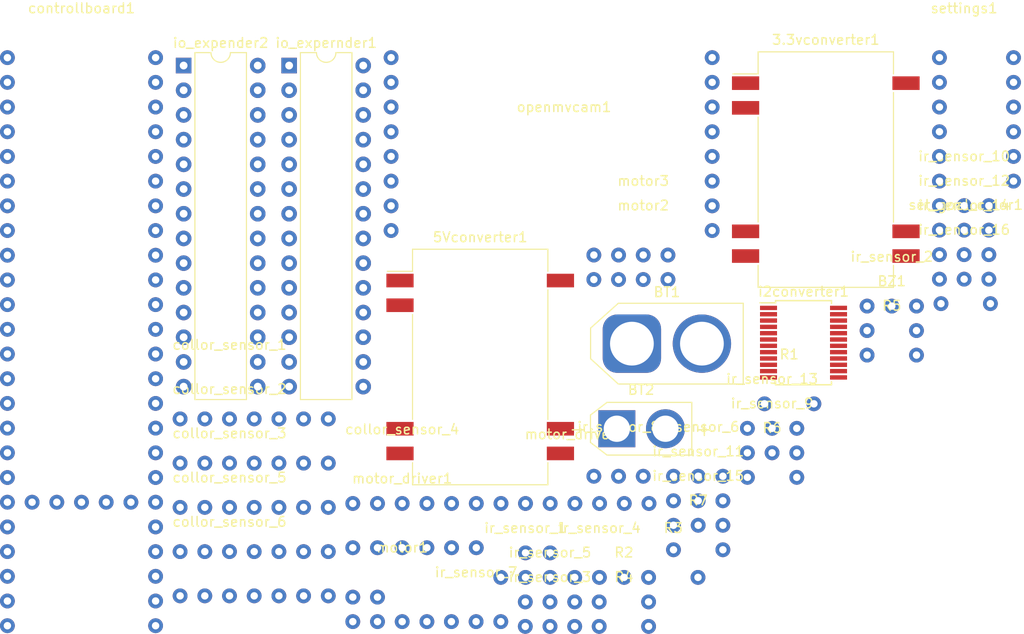
<source format=kicad_pcb>
(kicad_pcb (version 20171130) (host pcbnew 5.1.9+dfsg1-1+deb11u1)

  (general
    (thickness 1.6)
    (drawings 0)
    (tracks 0)
    (zones 0)
    (modules 46)
    (nets 136)
  )

  (page A4)
  (layers
    (0 F.Cu signal)
    (31 B.Cu signal)
    (32 B.Adhes user)
    (33 F.Adhes user)
    (34 B.Paste user)
    (35 F.Paste user)
    (36 B.SilkS user)
    (37 F.SilkS user)
    (38 B.Mask user)
    (39 F.Mask user)
    (40 Dwgs.User user)
    (41 Cmts.User user)
    (42 Eco1.User user)
    (43 Eco2.User user)
    (44 Edge.Cuts user)
    (45 Margin user)
    (46 B.CrtYd user)
    (47 F.CrtYd user)
    (48 B.Fab user)
    (49 F.Fab user)
  )

  (setup
    (last_trace_width 0.25)
    (trace_clearance 0.2)
    (zone_clearance 0.508)
    (zone_45_only no)
    (trace_min 0.2)
    (via_size 0.8)
    (via_drill 0.4)
    (via_min_size 0.4)
    (via_min_drill 0.3)
    (uvia_size 0.3)
    (uvia_drill 0.1)
    (uvias_allowed no)
    (uvia_min_size 0.2)
    (uvia_min_drill 0.1)
    (edge_width 0.05)
    (segment_width 0.2)
    (pcb_text_width 0.3)
    (pcb_text_size 1.5 1.5)
    (mod_edge_width 0.12)
    (mod_text_size 1 1)
    (mod_text_width 0.15)
    (pad_size 1.524 1.524)
    (pad_drill 0.762)
    (pad_to_mask_clearance 0)
    (aux_axis_origin 0 0)
    (visible_elements FFFFFF7F)
    (pcbplotparams
      (layerselection 0x010fc_ffffffff)
      (usegerberextensions false)
      (usegerberattributes true)
      (usegerberadvancedattributes true)
      (creategerberjobfile true)
      (excludeedgelayer true)
      (linewidth 0.100000)
      (plotframeref false)
      (viasonmask false)
      (mode 1)
      (useauxorigin false)
      (hpglpennumber 1)
      (hpglpenspeed 20)
      (hpglpendiameter 15.000000)
      (psnegative false)
      (psa4output false)
      (plotreference true)
      (plotvalue true)
      (plotinvisibletext false)
      (padsonsilk false)
      (subtractmaskfromsilk false)
      (outputformat 1)
      (mirror false)
      (drillshape 1)
      (scaleselection 1)
      (outputdirectory ""))
  )

  (net 0 "")
  (net 1 12v)
  (net 2 "Net-(3.3vconverter1-Pad10)")
  (net 3 "Net-(3.3vconverter1-Pad9)")
  (net 4 "Net-(3.3vconverter1-Pad8)")
  (net 5 "Net-(3.3vconverter1-Pad7)")
  (net 6 "Net-(3.3vconverter1-Pad2)")
  (net 7 gnd)
  (net 8 "Net-(5Vconverter1-Pad10)")
  (net 9 "Net-(5Vconverter1-Pad9)")
  (net 10 "Net-(5Vconverter1-Pad8)")
  (net 11 "Net-(5Vconverter1-Pad7)")
  (net 12 "Net-(5Vconverter1-Pad2)")
  (net 13 "Net-(controllboard1-Pad40)")
  (net 14 "Net-(controllboard1-Pad41)")
  (net 15 "Net-(i2converter1-Pad21)")
  (net 16 "Net-(i2converter1-Pad20)")
  (net 17 "Net-(i2converter1-Pad19)")
  (net 18 "Net-(i2converter1-Pad18)")
  (net 19 "Net-(i2converter1-Pad17)")
  (net 20 "Net-(collor_sensor_1-Pad1)")
  (net 21 "Net-(collor_sensor_1-Pad0)")
  (net 22 "Net-(collor_sensor_2-Pad1)")
  (net 23 "Net-(collor_sensor_2-Pad0)")
  (net 24 "Net-(collor_sensor_3-Pad1)")
  (net 25 "Net-(collor_sensor_3-Pad0)")
  (net 26 "Net-(collor_sensor_4-Pad0)")
  (net 27 "Net-(collor_sensor_4-Pad1)")
  (net 28 "Net-(collor_sensor_5-Pad1)")
  (net 29 "Net-(collor_sensor_5-Pad0)")
  (net 30 "Net-(collor_sensor_6-Pad1)")
  (net 31 "Net-(collor_sensor_6-Pad0)")
  (net 32 "Net-(i2converter1-Pad3)")
  (net 33 "Net-(i2converter1-Pad2)")
  (net 34 "Net-(i2converter1-Pad1)")
  (net 35 "Net-(io_expender2-Pad28)")
  (net 36 "Net-(io_expender2-Pad14)")
  (net 37 "Net-(io_expender2-Pad27)")
  (net 38 "Net-(io_expender2-Pad26)")
  (net 39 "Net-(io_expender2-Pad25)")
  (net 40 "Net-(io_expender2-Pad11)")
  (net 41 "Net-(io_expender2-Pad24)")
  (net 42 "Net-(io_expender2-Pad23)")
  (net 43 "Net-(io_expender2-Pad22)")
  (net 44 "Net-(io_expender2-Pad8)")
  (net 45 "Net-(io_expender2-Pad21)")
  (net 46 "Net-(io_expender2-Pad7)")
  (net 47 "Net-(io_expender2-Pad20)")
  (net 48 "Net-(io_expender2-Pad6)")
  (net 49 "Net-(io_expender2-Pad19)")
  (net 50 "Net-(io_expender2-Pad5)")
  (net 51 "Net-(io_expender2-Pad18)")
  (net 52 "Net-(io_expender2-Pad4)")
  (net 53 "Net-(io_expender2-Pad17)")
  (net 54 "Net-(io_expender2-Pad3)")
  (net 55 "Net-(io_expender2-Pad16)")
  (net 56 "Net-(io_expender2-Pad2)")
  (net 57 "Net-(io_expender2-Pad15)")
  (net 58 "Net-(io_expender2-Pad1)")
  (net 59 "Net-(io_expernder1-Pad28)")
  (net 60 "Net-(io_expernder1-Pad14)")
  (net 61 "Net-(io_expernder1-Pad27)")
  (net 62 "Net-(io_expernder1-Pad26)")
  (net 63 "Net-(io_expernder1-Pad25)")
  (net 64 "Net-(io_expernder1-Pad11)")
  (net 65 "Net-(io_expernder1-Pad24)")
  (net 66 "Net-(io_expernder1-Pad23)")
  (net 67 "Net-(io_expernder1-Pad22)")
  (net 68 "Net-(io_expernder1-Pad8)")
  (net 69 "Net-(io_expernder1-Pad21)")
  (net 70 "Net-(io_expernder1-Pad7)")
  (net 71 "Net-(io_expernder1-Pad20)")
  (net 72 "Net-(io_expernder1-Pad6)")
  (net 73 "Net-(io_expernder1-Pad19)")
  (net 74 "Net-(io_expernder1-Pad5)")
  (net 75 "Net-(io_expernder1-Pad18)")
  (net 76 "Net-(io_expernder1-Pad4)")
  (net 77 "Net-(io_expernder1-Pad17)")
  (net 78 "Net-(io_expernder1-Pad3)")
  (net 79 "Net-(io_expernder1-Pad16)")
  (net 80 "Net-(io_expernder1-Pad2)")
  (net 81 "Net-(io_expernder1-Pad15)")
  (net 82 "Net-(io_expernder1-Pad1)")
  (net 83 "Net-(controllboard1-Pad23)")
  (net 84 "Net-(controllboard1-Pad22)")
  (net 85 "Net-(controllboard1-Pad21)")
  (net 86 "Net-(controllboard1-Pad20)")
  (net 87 "Net-(controllboard1-Pad19)")
  (net 88 "Net-(controllboard1-Pad18)")
  (net 89 "Net-(controllboard1-Pad17)")
  (net 90 "Net-(controllboard1-Pad16)")
  (net 91 "Net-(controllboard1-Pad15)")
  (net 92 "Net-(controllboard1-Pad14)")
  (net 93 "Net-(controllboard1-Pad13)")
  (net 94 "Net-(controllboard1-Pad36)")
  (net 95 "Net-(controllboard1-Pad35)")
  (net 96 "Net-(controllboard1-Pad34)")
  (net 97 "Net-(controllboard1-Pad33)")
  (net 98 "Net-(controllboard1-Pad37)")
  (net 99 "Net-(controllboard1-Pad32)")
  (net 100 "Net-(controllboard1-Pad31)")
  (net 101 "Net-(controllboard1-Pad30)")
  (net 102 "Net-(controllboard1-Pad29)")
  (net 103 "Net-(controllboard1-Pad28)")
  (net 104 "Net-(controllboard1-Pad27)")
  (net 105 "Net-(controllboard1-Pad26)")
  (net 106 "Net-(controllboard1-Pad25)")
  (net 107 "Net-(controllboard1-Pad24)")
  (net 108 "Net-(controllboard1-Pad12)")
  (net 109 "Net-(controllboard1-Pad11)")
  (net 110 "Net-(BZ1-Pad1)")
  (net 111 "Net-(R7-Pad1)")
  (net 112 "Net-(R6-Pad1)")
  (net 113 "Net-(R5-Pad1)")
  (net 114 "Net-(R4-Pad1)")
  (net 115 "Net-(R3-Pad1)")
  (net 116 "Net-(R2-Pad1)")
  (net 117 "Net-(controllboard1-Pad3)")
  (net 118 "Net-(controllboard1-Pad2)")
  (net 119 "Net-(controllboard1-Pad1)")
  (net 120 "Net-(controllboard1-Pad46)")
  (net 121 "Net-(controllboard1-Pad45)")
  (net 122 "Net-(controllboard1-Pad44)")
  (net 123 "Net-(controllboard1-Pad43)")
  (net 124 "Net-(controllboard1-Pad42)")
  (net 125 "Net-(controllboard1-Pad54)")
  (net 126 "Net-(controllboard1-Pad53)")
  (net 127 "Net-(controllboard1-Pad52)")
  (net 128 "Net-(controllboard1-Pad51)")
  (net 129 "Net-(controllboard1-Pad50)")
  (net 130 "Net-(controllboard1-Pad39)")
  (net 131 "Net-(controllboard1-Pad38)")
  (net 132 "Net-(motor_driver2-Pad10)")
  (net 133 "Net-(motor_driver2-Pad9)")
  (net 134 "Net-(motor_driver2-Pad8)")
  (net 135 "Net-(R1-Pad1)")

  (net_class Default "This is the default net class."
    (clearance 0.2)
    (trace_width 0.25)
    (via_dia 0.8)
    (via_drill 0.4)
    (uvia_dia 0.3)
    (uvia_drill 0.1)
    (add_net 12v)
    (add_net "Net-(3.3vconverter1-Pad10)")
    (add_net "Net-(3.3vconverter1-Pad2)")
    (add_net "Net-(3.3vconverter1-Pad7)")
    (add_net "Net-(3.3vconverter1-Pad8)")
    (add_net "Net-(3.3vconverter1-Pad9)")
    (add_net "Net-(5Vconverter1-Pad10)")
    (add_net "Net-(5Vconverter1-Pad2)")
    (add_net "Net-(5Vconverter1-Pad7)")
    (add_net "Net-(5Vconverter1-Pad8)")
    (add_net "Net-(5Vconverter1-Pad9)")
    (add_net "Net-(BZ1-Pad1)")
    (add_net "Net-(R1-Pad1)")
    (add_net "Net-(R2-Pad1)")
    (add_net "Net-(R3-Pad1)")
    (add_net "Net-(R4-Pad1)")
    (add_net "Net-(R5-Pad1)")
    (add_net "Net-(R6-Pad1)")
    (add_net "Net-(R7-Pad1)")
    (add_net "Net-(collor_sensor_1-Pad0)")
    (add_net "Net-(collor_sensor_1-Pad1)")
    (add_net "Net-(collor_sensor_2-Pad0)")
    (add_net "Net-(collor_sensor_2-Pad1)")
    (add_net "Net-(collor_sensor_3-Pad0)")
    (add_net "Net-(collor_sensor_3-Pad1)")
    (add_net "Net-(collor_sensor_4-Pad0)")
    (add_net "Net-(collor_sensor_4-Pad1)")
    (add_net "Net-(collor_sensor_5-Pad0)")
    (add_net "Net-(collor_sensor_5-Pad1)")
    (add_net "Net-(collor_sensor_6-Pad0)")
    (add_net "Net-(collor_sensor_6-Pad1)")
    (add_net "Net-(controllboard1-Pad1)")
    (add_net "Net-(controllboard1-Pad11)")
    (add_net "Net-(controllboard1-Pad12)")
    (add_net "Net-(controllboard1-Pad13)")
    (add_net "Net-(controllboard1-Pad14)")
    (add_net "Net-(controllboard1-Pad15)")
    (add_net "Net-(controllboard1-Pad16)")
    (add_net "Net-(controllboard1-Pad17)")
    (add_net "Net-(controllboard1-Pad18)")
    (add_net "Net-(controllboard1-Pad19)")
    (add_net "Net-(controllboard1-Pad2)")
    (add_net "Net-(controllboard1-Pad20)")
    (add_net "Net-(controllboard1-Pad21)")
    (add_net "Net-(controllboard1-Pad22)")
    (add_net "Net-(controllboard1-Pad23)")
    (add_net "Net-(controllboard1-Pad24)")
    (add_net "Net-(controllboard1-Pad25)")
    (add_net "Net-(controllboard1-Pad26)")
    (add_net "Net-(controllboard1-Pad27)")
    (add_net "Net-(controllboard1-Pad28)")
    (add_net "Net-(controllboard1-Pad29)")
    (add_net "Net-(controllboard1-Pad3)")
    (add_net "Net-(controllboard1-Pad30)")
    (add_net "Net-(controllboard1-Pad31)")
    (add_net "Net-(controllboard1-Pad32)")
    (add_net "Net-(controllboard1-Pad33)")
    (add_net "Net-(controllboard1-Pad34)")
    (add_net "Net-(controllboard1-Pad35)")
    (add_net "Net-(controllboard1-Pad36)")
    (add_net "Net-(controllboard1-Pad37)")
    (add_net "Net-(controllboard1-Pad38)")
    (add_net "Net-(controllboard1-Pad39)")
    (add_net "Net-(controllboard1-Pad40)")
    (add_net "Net-(controllboard1-Pad41)")
    (add_net "Net-(controllboard1-Pad42)")
    (add_net "Net-(controllboard1-Pad43)")
    (add_net "Net-(controllboard1-Pad44)")
    (add_net "Net-(controllboard1-Pad45)")
    (add_net "Net-(controllboard1-Pad46)")
    (add_net "Net-(controllboard1-Pad50)")
    (add_net "Net-(controllboard1-Pad51)")
    (add_net "Net-(controllboard1-Pad52)")
    (add_net "Net-(controllboard1-Pad53)")
    (add_net "Net-(controllboard1-Pad54)")
    (add_net "Net-(i2converter1-Pad1)")
    (add_net "Net-(i2converter1-Pad17)")
    (add_net "Net-(i2converter1-Pad18)")
    (add_net "Net-(i2converter1-Pad19)")
    (add_net "Net-(i2converter1-Pad2)")
    (add_net "Net-(i2converter1-Pad20)")
    (add_net "Net-(i2converter1-Pad21)")
    (add_net "Net-(i2converter1-Pad3)")
    (add_net "Net-(io_expender2-Pad1)")
    (add_net "Net-(io_expender2-Pad11)")
    (add_net "Net-(io_expender2-Pad14)")
    (add_net "Net-(io_expender2-Pad15)")
    (add_net "Net-(io_expender2-Pad16)")
    (add_net "Net-(io_expender2-Pad17)")
    (add_net "Net-(io_expender2-Pad18)")
    (add_net "Net-(io_expender2-Pad19)")
    (add_net "Net-(io_expender2-Pad2)")
    (add_net "Net-(io_expender2-Pad20)")
    (add_net "Net-(io_expender2-Pad21)")
    (add_net "Net-(io_expender2-Pad22)")
    (add_net "Net-(io_expender2-Pad23)")
    (add_net "Net-(io_expender2-Pad24)")
    (add_net "Net-(io_expender2-Pad25)")
    (add_net "Net-(io_expender2-Pad26)")
    (add_net "Net-(io_expender2-Pad27)")
    (add_net "Net-(io_expender2-Pad28)")
    (add_net "Net-(io_expender2-Pad3)")
    (add_net "Net-(io_expender2-Pad4)")
    (add_net "Net-(io_expender2-Pad5)")
    (add_net "Net-(io_expender2-Pad6)")
    (add_net "Net-(io_expender2-Pad7)")
    (add_net "Net-(io_expender2-Pad8)")
    (add_net "Net-(io_expernder1-Pad1)")
    (add_net "Net-(io_expernder1-Pad11)")
    (add_net "Net-(io_expernder1-Pad14)")
    (add_net "Net-(io_expernder1-Pad15)")
    (add_net "Net-(io_expernder1-Pad16)")
    (add_net "Net-(io_expernder1-Pad17)")
    (add_net "Net-(io_expernder1-Pad18)")
    (add_net "Net-(io_expernder1-Pad19)")
    (add_net "Net-(io_expernder1-Pad2)")
    (add_net "Net-(io_expernder1-Pad20)")
    (add_net "Net-(io_expernder1-Pad21)")
    (add_net "Net-(io_expernder1-Pad22)")
    (add_net "Net-(io_expernder1-Pad23)")
    (add_net "Net-(io_expernder1-Pad24)")
    (add_net "Net-(io_expernder1-Pad25)")
    (add_net "Net-(io_expernder1-Pad26)")
    (add_net "Net-(io_expernder1-Pad27)")
    (add_net "Net-(io_expernder1-Pad28)")
    (add_net "Net-(io_expernder1-Pad3)")
    (add_net "Net-(io_expernder1-Pad4)")
    (add_net "Net-(io_expernder1-Pad5)")
    (add_net "Net-(io_expernder1-Pad6)")
    (add_net "Net-(io_expernder1-Pad7)")
    (add_net "Net-(io_expernder1-Pad8)")
    (add_net "Net-(motor_driver2-Pad10)")
    (add_net "Net-(motor_driver2-Pad8)")
    (add_net "Net-(motor_driver2-Pad9)")
    (add_net gnd)
  )

  (module custom:dipswitch6 (layer F.Cu) (tedit 663368FD) (tstamp 6634AB2E)
    (at 187.581999 95.166999)
    (path /670F1323)
    (fp_text reference settings1 (at 0 -10.16) (layer F.SilkS)
      (effects (font (size 1 1) (thickness 0.15)))
    )
    (fp_text value SW_DIP_x06 (at 0 -7.62) (layer F.Fab)
      (effects (font (size 1 1) (thickness 0.15)))
    )
    (pad 12 thru_hole circle (at 5.08 -5.08) (size 1.524 1.524) (drill 0.762) (layers *.Cu *.Mask)
      (net 111 "Net-(R7-Pad1)"))
    (pad 11 thru_hole circle (at 5.08 -2.54) (size 1.524 1.524) (drill 0.762) (layers *.Cu *.Mask)
      (net 112 "Net-(R6-Pad1)"))
    (pad 10 thru_hole circle (at 5.08 0) (size 1.524 1.524) (drill 0.762) (layers *.Cu *.Mask)
      (net 113 "Net-(R5-Pad1)"))
    (pad 9 thru_hole circle (at 5.08 2.54) (size 1.524 1.524) (drill 0.762) (layers *.Cu *.Mask)
      (net 114 "Net-(R4-Pad1)"))
    (pad 8 thru_hole circle (at 5.08 5.08) (size 1.524 1.524) (drill 0.762) (layers *.Cu *.Mask)
      (net 115 "Net-(R3-Pad1)"))
    (pad 7 thru_hole circle (at 5.08 7.62) (size 1.524 1.524) (drill 0.762) (layers *.Cu *.Mask)
      (net 116 "Net-(R2-Pad1)"))
    (pad 6 thru_hole circle (at -2.54 7.62) (size 1.524 1.524) (drill 0.762) (layers *.Cu *.Mask)
      (net 120 "Net-(controllboard1-Pad46)"))
    (pad 5 thru_hole circle (at -2.54 5.08) (size 1.524 1.524) (drill 0.762) (layers *.Cu *.Mask)
      (net 120 "Net-(controllboard1-Pad46)"))
    (pad 4 thru_hole circle (at -2.54 2.54) (size 1.524 1.524) (drill 0.762) (layers *.Cu *.Mask)
      (net 120 "Net-(controllboard1-Pad46)"))
    (pad 3 thru_hole circle (at -2.54 0) (size 1.524 1.524) (drill 0.762) (layers *.Cu *.Mask)
      (net 120 "Net-(controllboard1-Pad46)"))
    (pad 2 thru_hole circle (at -2.54 -2.54) (size 1.524 1.524) (drill 0.762) (layers *.Cu *.Mask)
      (net 120 "Net-(controllboard1-Pad46)"))
    (pad 1 thru_hole circle (at -2.54 -5.08) (size 1.524 1.524) (drill 0.762) (layers *.Cu *.Mask)
      (net 120 "Net-(controllboard1-Pad46)"))
  )

  (module custom:dipswitch1 (layer F.Cu) (tedit 663368C0) (tstamp 6634AB1E)
    (at 187.741999 115.386999)
    (path /68069763)
    (fp_text reference set_goal_color1 (at 0 -10.16) (layer F.SilkS)
      (effects (font (size 1 1) (thickness 0.15)))
    )
    (fp_text value SW_DIP_x01 (at 0 -7.62) (layer F.Fab)
      (effects (font (size 1 1) (thickness 0.15)))
    )
    (pad 2 thru_hole circle (at 2.54 0) (size 1.524 1.524) (drill 0.762) (layers *.Cu *.Mask)
      (net 135 "Net-(R1-Pad1)"))
    (pad 1 thru_hole circle (at -2.54 0) (size 1.524 1.524) (drill 0.762) (layers *.Cu *.Mask)
      (net 3 "Net-(3.3vconverter1-Pad9)"))
  )

  (module custom:resistor (layer F.Cu) (tedit 663366F3) (tstamp 6634AB18)
    (at 160.231999 140.696999)
    (path /676761F6)
    (fp_text reference R7 (at 0 -5.08) (layer F.SilkS)
      (effects (font (size 1 1) (thickness 0.15)))
    )
    (fp_text value R (at 0 -2.54) (layer F.Fab)
      (effects (font (size 1 1) (thickness 0.15)))
    )
    (pad 2 thru_hole circle (at 2.54 0) (size 1.524 1.524) (drill 0.762) (layers *.Cu *.Mask)
      (net 8 "Net-(5Vconverter1-Pad10)"))
    (pad 1 thru_hole circle (at -2.54 0) (size 1.524 1.524) (drill 0.762) (layers *.Cu *.Mask)
      (net 111 "Net-(R7-Pad1)"))
  )

  (module custom:resistor (layer F.Cu) (tedit 663366F3) (tstamp 6634AB12)
    (at 167.831999 133.246999)
    (path /67644AE6)
    (fp_text reference R6 (at 0 -5.08) (layer F.SilkS)
      (effects (font (size 1 1) (thickness 0.15)))
    )
    (fp_text value R (at 0 -2.54) (layer F.Fab)
      (effects (font (size 1 1) (thickness 0.15)))
    )
    (pad 2 thru_hole circle (at 2.54 0) (size 1.524 1.524) (drill 0.762) (layers *.Cu *.Mask)
      (net 8 "Net-(5Vconverter1-Pad10)"))
    (pad 1 thru_hole circle (at -2.54 0) (size 1.524 1.524) (drill 0.762) (layers *.Cu *.Mask)
      (net 112 "Net-(R6-Pad1)"))
  )

  (module custom:resistor (layer F.Cu) (tedit 663366F3) (tstamp 6634AB0C)
    (at 180.141999 120.676999)
    (path /67613260)
    (fp_text reference R5 (at 0 -5.08) (layer F.SilkS)
      (effects (font (size 1 1) (thickness 0.15)))
    )
    (fp_text value R (at 0 -2.54) (layer F.Fab)
      (effects (font (size 1 1) (thickness 0.15)))
    )
    (pad 2 thru_hole circle (at 2.54 0) (size 1.524 1.524) (drill 0.762) (layers *.Cu *.Mask)
      (net 8 "Net-(5Vconverter1-Pad10)"))
    (pad 1 thru_hole circle (at -2.54 0) (size 1.524 1.524) (drill 0.762) (layers *.Cu *.Mask)
      (net 113 "Net-(R5-Pad1)"))
  )

  (module custom:resistor (layer F.Cu) (tedit 663366F3) (tstamp 6634AB06)
    (at 152.591999 148.576999)
    (path /675E18E7)
    (fp_text reference R4 (at 0 -5.08) (layer F.SilkS)
      (effects (font (size 1 1) (thickness 0.15)))
    )
    (fp_text value R (at 0 -2.54) (layer F.Fab)
      (effects (font (size 1 1) (thickness 0.15)))
    )
    (pad 2 thru_hole circle (at 2.54 0) (size 1.524 1.524) (drill 0.762) (layers *.Cu *.Mask)
      (net 8 "Net-(5Vconverter1-Pad10)"))
    (pad 1 thru_hole circle (at -2.54 0) (size 1.524 1.524) (drill 0.762) (layers *.Cu *.Mask)
      (net 114 "Net-(R4-Pad1)"))
  )

  (module custom:resistor (layer F.Cu) (tedit 663366F3) (tstamp 6634AB00)
    (at 157.671999 143.536999)
    (path /675B0045)
    (fp_text reference R3 (at 0 -5.08) (layer F.SilkS)
      (effects (font (size 1 1) (thickness 0.15)))
    )
    (fp_text value R (at 0 -2.54) (layer F.Fab)
      (effects (font (size 1 1) (thickness 0.15)))
    )
    (pad 2 thru_hole circle (at 2.54 0) (size 1.524 1.524) (drill 0.762) (layers *.Cu *.Mask)
      (net 8 "Net-(5Vconverter1-Pad10)"))
    (pad 1 thru_hole circle (at -2.54 0) (size 1.524 1.524) (drill 0.762) (layers *.Cu *.Mask)
      (net 115 "Net-(R3-Pad1)"))
  )

  (module custom:resistor (layer F.Cu) (tedit 663366F3) (tstamp 6634AAFA)
    (at 152.591999 146.056999)
    (path /675AF867)
    (fp_text reference R2 (at 0 -5.08) (layer F.SilkS)
      (effects (font (size 1 1) (thickness 0.15)))
    )
    (fp_text value R (at 0 -2.54) (layer F.Fab)
      (effects (font (size 1 1) (thickness 0.15)))
    )
    (pad 2 thru_hole circle (at 2.54 0) (size 1.524 1.524) (drill 0.762) (layers *.Cu *.Mask)
      (net 8 "Net-(5Vconverter1-Pad10)"))
    (pad 1 thru_hole circle (at -2.54 0) (size 1.524 1.524) (drill 0.762) (layers *.Cu *.Mask)
      (net 116 "Net-(R2-Pad1)"))
  )

  (module custom:resistor (layer F.Cu) (tedit 663366F3) (tstamp 6634AAF4)
    (at 169.591999 125.686999)
    (path /6806A728)
    (fp_text reference R1 (at 0 -5.08) (layer F.SilkS)
      (effects (font (size 1 1) (thickness 0.15)))
    )
    (fp_text value R (at 0 -2.54) (layer F.Fab)
      (effects (font (size 1 1) (thickness 0.15)))
    )
    (pad 2 thru_hole circle (at 2.54 0) (size 1.524 1.524) (drill 0.762) (layers *.Cu *.Mask)
      (net 2 "Net-(3.3vconverter1-Pad10)"))
    (pad 1 thru_hole circle (at -2.54 0) (size 1.524 1.524) (drill 0.762) (layers *.Cu *.Mask)
      (net 135 "Net-(R1-Pad1)"))
  )

  (module custom:openmv_m7_r2 (layer F.Cu) (tedit 6633610F) (tstamp 6634AAEE)
    (at 145.161999 96.436999)
    (path /67CD24B8)
    (fp_text reference openmvcam1 (at 1.27 -1.27) (layer F.SilkS)
      (effects (font (size 1 1) (thickness 0.15)))
    )
    (fp_text value openMV_M7_R2 (at 1.27 1.27) (layer F.Fab)
      (effects (font (size 1 1) (thickness 0.15)))
    )
    (pad gnd thru_hole circle (at 16.51 11.43) (size 1.524 1.524) (drill 0.762) (layers *.Cu *.Mask))
    (pad 3.3v thru_hole circle (at -16.51 11.43) (size 1.524 1.524) (drill 0.762) (layers *.Cu *.Mask))
    (pad p6 thru_hole circle (at -16.51 8.89) (size 1.524 1.524) (drill 0.762) (layers *.Cu *.Mask))
    (pad p5 thru_hole circle (at -16.51 6.35) (size 1.524 1.524) (drill 0.762) (layers *.Cu *.Mask))
    (pad p4 thru_hole circle (at -16.51 3.81) (size 1.524 1.524) (drill 0.762) (layers *.Cu *.Mask))
    (pad p3 thru_hole circle (at -16.51 1.27) (size 1.524 1.524) (drill 0.762) (layers *.Cu *.Mask))
    (pad p2 thru_hole circle (at -16.51 -1.27) (size 1.524 1.524) (drill 0.762) (layers *.Cu *.Mask))
    (pad p1 thru_hole circle (at -16.51 -3.81) (size 1.524 1.524) (drill 0.762) (layers *.Cu *.Mask))
    (pad rst thru_hole circle (at 16.51 -6.35) (size 1.524 1.524) (drill 0.762) (layers *.Cu *.Mask))
    (pad boot thru_hole circle (at 16.51 -3.81) (size 1.524 1.524) (drill 0.762) (layers *.Cu *.Mask))
    (pad syn thru_hole circle (at 16.51 -1.27) (size 1.524 1.524) (drill 0.762) (layers *.Cu *.Mask))
    (pad p9 thru_hole circle (at 16.51 1.27) (size 1.524 1.524) (drill 0.762) (layers *.Cu *.Mask))
    (pad p8 thru_hole circle (at 16.51 3.81) (size 1.524 1.524) (drill 0.762) (layers *.Cu *.Mask))
    (pad p7 thru_hole circle (at 16.51 6.35) (size 1.524 1.524) (drill 0.762) (layers *.Cu *.Mask))
    (pad vin thru_hole circle (at 16.51 8.89) (size 1.524 1.524) (drill 0.762) (layers *.Cu *.Mask))
    (pad p0 thru_hole circle (at -16.51 -6.35) (size 1.524 1.524) (drill 0.762) (layers *.Cu *.Mask))
  )

  (module custom:l298n (layer F.Cu) (tedit 663369ED) (tstamp 6634AADA)
    (at 147.551999 135.936999)
    (path /669A2B7F)
    (fp_text reference motor_driver2 (at 0 -7.12) (layer F.SilkS)
      (effects (font (size 1 1) (thickness 0.15)))
    )
    (fp_text value l298n (at 0 -8.12) (layer F.Fab)
      (effects (font (size 1 1) (thickness 0.15)))
    )
    (pad 3 thru_hole circle (at -2.54 5.08) (size 1.524 1.524) (drill 0.762) (layers *.Cu *.Mask)
      (net 7 gnd))
    (pad 2 thru_hole circle (at -5.08 5.08) (size 1.524 1.524) (drill 0.762) (layers *.Cu *.Mask)
      (net 1 12v))
    (pad 10 thru_hole circle (at 7.62 0) (size 1.524 1.524) (drill 0.762) (layers *.Cu *.Mask)
      (net 132 "Net-(motor_driver2-Pad10)"))
    (pad 9 thru_hole circle (at 5.08 0) (size 1.524 1.524) (drill 0.762) (layers *.Cu *.Mask)
      (net 133 "Net-(motor_driver2-Pad9)"))
    (pad 8 thru_hole circle (at 2.54 0) (size 1.524 1.524) (drill 0.762) (layers *.Cu *.Mask)
      (net 134 "Net-(motor_driver2-Pad8)"))
    (pad 7 thru_hole circle (at 0 0) (size 1.524 1.524) (drill 0.762) (layers *.Cu *.Mask)
      (net 45 "Net-(io_expender2-Pad21)"))
    (pad 6 thru_hole circle (at -2.54 0) (size 1.524 1.524) (drill 0.762) (layers *.Cu *.Mask)
      (net 44 "Net-(io_expender2-Pad8)"))
    (pad 5 thru_hole circle (at -5.08 0) (size 1.524 1.524) (drill 0.762) (layers *.Cu *.Mask)
      (net 46 "Net-(io_expender2-Pad7)"))
  )

  (module custom:l298n (layer F.Cu) (tedit 663369ED) (tstamp 6634AACE)
    (at 129.791999 140.486999)
    (path /669A10B9)
    (fp_text reference motor_driver1 (at 0 -7.12) (layer F.SilkS)
      (effects (font (size 1 1) (thickness 0.15)))
    )
    (fp_text value l298n (at 0 -8.12) (layer F.Fab)
      (effects (font (size 1 1) (thickness 0.15)))
    )
    (pad 3 thru_hole circle (at -2.54 5.08) (size 1.524 1.524) (drill 0.762) (layers *.Cu *.Mask)
      (net 7 gnd))
    (pad 2 thru_hole circle (at -5.08 5.08) (size 1.524 1.524) (drill 0.762) (layers *.Cu *.Mask)
      (net 1 12v))
    (pad 10 thru_hole circle (at 7.62 0) (size 1.524 1.524) (drill 0.762) (layers *.Cu *.Mask)
      (net 48 "Net-(io_expender2-Pad6)"))
    (pad 9 thru_hole circle (at 5.08 0) (size 1.524 1.524) (drill 0.762) (layers *.Cu *.Mask)
      (net 50 "Net-(io_expender2-Pad5)"))
    (pad 8 thru_hole circle (at 2.54 0) (size 1.524 1.524) (drill 0.762) (layers *.Cu *.Mask)
      (net 52 "Net-(io_expender2-Pad4)"))
    (pad 7 thru_hole circle (at 0 0) (size 1.524 1.524) (drill 0.762) (layers *.Cu *.Mask)
      (net 54 "Net-(io_expender2-Pad3)"))
    (pad 6 thru_hole circle (at -2.54 0) (size 1.524 1.524) (drill 0.762) (layers *.Cu *.Mask)
      (net 56 "Net-(io_expender2-Pad2)"))
    (pad 5 thru_hole circle (at -5.08 0) (size 1.524 1.524) (drill 0.762) (layers *.Cu *.Mask)
      (net 58 "Net-(io_expender2-Pad1)"))
  )

  (module custom:pololu_motor (layer F.Cu) (tedit 66336A28) (tstamp 6634AAC2)
    (at 154.581999 110.386999)
    (path /66842BE0)
    (fp_text reference motor3 (at 0 -7.62) (layer F.SilkS)
      (effects (font (size 1 1) (thickness 0.15)))
    )
    (fp_text value pololu_motor (at 0 -5.08) (layer F.Fab)
      (effects (font (size 1 1) (thickness 0.15)))
    )
    (pad 4 thru_hole circle (at 2.54 0) (size 1.524 1.524) (drill 0.762) (layers *.Cu *.Mask)
      (net 8 "Net-(5Vconverter1-Pad10)"))
    (pad 3 thru_hole circle (at 0 0) (size 1.524 1.524) (drill 0.762) (layers *.Cu *.Mask)
      (net 35 "Net-(io_expender2-Pad28)"))
    (pad 2 thru_hole circle (at -2.54 0) (size 1.524 1.524) (drill 0.762) (layers *.Cu *.Mask)
      (net 37 "Net-(io_expender2-Pad27)"))
    (pad 1 thru_hole circle (at -5.08 0) (size 1.524 1.524) (drill 0.762) (layers *.Cu *.Mask)
      (net 9 "Net-(5Vconverter1-Pad9)"))
  )

  (module custom:pololu_motor (layer F.Cu) (tedit 66336A28) (tstamp 6634AABA)
    (at 154.581999 112.906999)
    (path /66830404)
    (fp_text reference motor2 (at 0 -7.62) (layer F.SilkS)
      (effects (font (size 1 1) (thickness 0.15)))
    )
    (fp_text value pololu_motor (at 0 -5.08) (layer F.Fab)
      (effects (font (size 1 1) (thickness 0.15)))
    )
    (pad 4 thru_hole circle (at 2.54 0) (size 1.524 1.524) (drill 0.762) (layers *.Cu *.Mask)
      (net 8 "Net-(5Vconverter1-Pad10)"))
    (pad 3 thru_hole circle (at 0 0) (size 1.524 1.524) (drill 0.762) (layers *.Cu *.Mask)
      (net 38 "Net-(io_expender2-Pad26)"))
    (pad 2 thru_hole circle (at -2.54 0) (size 1.524 1.524) (drill 0.762) (layers *.Cu *.Mask)
      (net 39 "Net-(io_expender2-Pad25)"))
    (pad 1 thru_hole circle (at -5.08 0) (size 1.524 1.524) (drill 0.762) (layers *.Cu *.Mask)
      (net 9 "Net-(5Vconverter1-Pad9)"))
  )

  (module custom:pololu_motor (layer F.Cu) (tedit 66336A28) (tstamp 6634AAB2)
    (at 129.791999 148.086999)
    (path /6682D0F1)
    (fp_text reference motor1 (at 0 -7.62) (layer F.SilkS)
      (effects (font (size 1 1) (thickness 0.15)))
    )
    (fp_text value pololu_motor (at 0 -5.08) (layer F.Fab)
      (effects (font (size 1 1) (thickness 0.15)))
    )
    (pad 4 thru_hole circle (at 2.54 0) (size 1.524 1.524) (drill 0.762) (layers *.Cu *.Mask)
      (net 8 "Net-(5Vconverter1-Pad10)"))
    (pad 3 thru_hole circle (at 0 0) (size 1.524 1.524) (drill 0.762) (layers *.Cu *.Mask)
      (net 59 "Net-(io_expernder1-Pad28)"))
    (pad 2 thru_hole circle (at -2.54 0) (size 1.524 1.524) (drill 0.762) (layers *.Cu *.Mask)
      (net 61 "Net-(io_expernder1-Pad27)"))
    (pad 1 thru_hole circle (at -5.08 0) (size 1.524 1.524) (drill 0.762) (layers *.Cu *.Mask)
      (net 9 "Net-(5Vconverter1-Pad9)"))
  )

  (module custom:tssp4038 (layer F.Cu) (tedit 6633647D) (tstamp 6634AAAA)
    (at 187.581999 112.866999)
    (path /6642E42D)
    (fp_text reference ir_sensor_16 (at 0 -5.08) (layer F.SilkS)
      (effects (font (size 1 1) (thickness 0.15)))
    )
    (fp_text value tssp4038 (at 0 -2.54) (layer F.Fab)
      (effects (font (size 1 1) (thickness 0.15)))
    )
    (pad 3 thru_hole circle (at 2.54 0) (size 1.524 1.524) (drill 0.762) (layers *.Cu *.Mask)
      (net 63 "Net-(io_expernder1-Pad25)"))
    (pad 2 thru_hole circle (at 0 0) (size 1.524 1.524) (drill 0.762) (layers *.Cu *.Mask)
      (net 2 "Net-(3.3vconverter1-Pad10)"))
    (pad 1 thru_hole circle (at -2.54 0) (size 1.524 1.524) (drill 0.762) (layers *.Cu *.Mask)
      (net 3 "Net-(3.3vconverter1-Pad9)"))
  )

  (module custom:tssp4038 (layer F.Cu) (tedit 6633647D) (tstamp 6634AAA3)
    (at 160.231999 138.176999)
    (path /6642E423)
    (fp_text reference ir_sensor_15 (at 0 -5.08) (layer F.SilkS)
      (effects (font (size 1 1) (thickness 0.15)))
    )
    (fp_text value tssp4038 (at 0 -2.54) (layer F.Fab)
      (effects (font (size 1 1) (thickness 0.15)))
    )
    (pad 3 thru_hole circle (at 2.54 0) (size 1.524 1.524) (drill 0.762) (layers *.Cu *.Mask)
      (net 43 "Net-(io_expender2-Pad22)"))
    (pad 2 thru_hole circle (at 0 0) (size 1.524 1.524) (drill 0.762) (layers *.Cu *.Mask)
      (net 2 "Net-(3.3vconverter1-Pad10)"))
    (pad 1 thru_hole circle (at -2.54 0) (size 1.524 1.524) (drill 0.762) (layers *.Cu *.Mask)
      (net 3 "Net-(3.3vconverter1-Pad9)"))
  )

  (module custom:tssp4038 (layer F.Cu) (tedit 6633647D) (tstamp 6634AA9C)
    (at 187.581999 110.346999)
    (path /6642E419)
    (fp_text reference ir_sensor_14 (at 0 -5.08) (layer F.SilkS)
      (effects (font (size 1 1) (thickness 0.15)))
    )
    (fp_text value tssp4038 (at 0 -2.54) (layer F.Fab)
      (effects (font (size 1 1) (thickness 0.15)))
    )
    (pad 3 thru_hole circle (at 2.54 0) (size 1.524 1.524) (drill 0.762) (layers *.Cu *.Mask)
      (net 42 "Net-(io_expender2-Pad23)"))
    (pad 2 thru_hole circle (at 0 0) (size 1.524 1.524) (drill 0.762) (layers *.Cu *.Mask)
      (net 2 "Net-(3.3vconverter1-Pad10)"))
    (pad 1 thru_hole circle (at -2.54 0) (size 1.524 1.524) (drill 0.762) (layers *.Cu *.Mask)
      (net 3 "Net-(3.3vconverter1-Pad9)"))
  )

  (module custom:tssp4038 (layer F.Cu) (tedit 6633647D) (tstamp 6634AA95)
    (at 167.831999 128.206999)
    (path /6642E40F)
    (fp_text reference ir_sensor_13 (at 0 -5.08) (layer F.SilkS)
      (effects (font (size 1 1) (thickness 0.15)))
    )
    (fp_text value tssp4038 (at 0 -2.54) (layer F.Fab)
      (effects (font (size 1 1) (thickness 0.15)))
    )
    (pad 3 thru_hole circle (at 2.54 0) (size 1.524 1.524) (drill 0.762) (layers *.Cu *.Mask)
      (net 65 "Net-(io_expernder1-Pad24)"))
    (pad 2 thru_hole circle (at 0 0) (size 1.524 1.524) (drill 0.762) (layers *.Cu *.Mask)
      (net 2 "Net-(3.3vconverter1-Pad10)"))
    (pad 1 thru_hole circle (at -2.54 0) (size 1.524 1.524) (drill 0.762) (layers *.Cu *.Mask)
      (net 3 "Net-(3.3vconverter1-Pad9)"))
  )

  (module custom:tssp4038 (layer F.Cu) (tedit 6633647D) (tstamp 6634AA8E)
    (at 187.581999 107.826999)
    (path /6642E405)
    (fp_text reference ir_sensor_12 (at 0 -5.08) (layer F.SilkS)
      (effects (font (size 1 1) (thickness 0.15)))
    )
    (fp_text value tssp4038 (at 0 -2.54) (layer F.Fab)
      (effects (font (size 1 1) (thickness 0.15)))
    )
    (pad 3 thru_hole circle (at 2.54 0) (size 1.524 1.524) (drill 0.762) (layers *.Cu *.Mask)
      (net 66 "Net-(io_expernder1-Pad23)"))
    (pad 2 thru_hole circle (at 0 0) (size 1.524 1.524) (drill 0.762) (layers *.Cu *.Mask)
      (net 2 "Net-(3.3vconverter1-Pad10)"))
    (pad 1 thru_hole circle (at -2.54 0) (size 1.524 1.524) (drill 0.762) (layers *.Cu *.Mask)
      (net 3 "Net-(3.3vconverter1-Pad9)"))
  )

  (module custom:tssp4038 (layer F.Cu) (tedit 6633647D) (tstamp 6634AA87)
    (at 160.231999 135.656999)
    (path /6642E3FB)
    (fp_text reference ir_sensor_11 (at 0 -5.08) (layer F.SilkS)
      (effects (font (size 1 1) (thickness 0.15)))
    )
    (fp_text value tssp4038 (at 0 -2.54) (layer F.Fab)
      (effects (font (size 1 1) (thickness 0.15)))
    )
    (pad 3 thru_hole circle (at 2.54 0) (size 1.524 1.524) (drill 0.762) (layers *.Cu *.Mask)
      (net 67 "Net-(io_expernder1-Pad22)"))
    (pad 2 thru_hole circle (at 0 0) (size 1.524 1.524) (drill 0.762) (layers *.Cu *.Mask)
      (net 2 "Net-(3.3vconverter1-Pad10)"))
    (pad 1 thru_hole circle (at -2.54 0) (size 1.524 1.524) (drill 0.762) (layers *.Cu *.Mask)
      (net 3 "Net-(3.3vconverter1-Pad9)"))
  )

  (module custom:tssp4038 (layer F.Cu) (tedit 6633647D) (tstamp 6634AA80)
    (at 187.581999 105.306999)
    (path /6642E3F1)
    (fp_text reference ir_sensor_10 (at 0 -5.08) (layer F.SilkS)
      (effects (font (size 1 1) (thickness 0.15)))
    )
    (fp_text value tssp4038 (at 0 -2.54) (layer F.Fab)
      (effects (font (size 1 1) (thickness 0.15)))
    )
    (pad 3 thru_hole circle (at 2.54 0) (size 1.524 1.524) (drill 0.762) (layers *.Cu *.Mask)
      (net 69 "Net-(io_expernder1-Pad21)"))
    (pad 2 thru_hole circle (at 0 0) (size 1.524 1.524) (drill 0.762) (layers *.Cu *.Mask)
      (net 2 "Net-(3.3vconverter1-Pad10)"))
    (pad 1 thru_hole circle (at -2.54 0) (size 1.524 1.524) (drill 0.762) (layers *.Cu *.Mask)
      (net 3 "Net-(3.3vconverter1-Pad9)"))
  )

  (module custom:tssp4038 (layer F.Cu) (tedit 6633647D) (tstamp 6634AA79)
    (at 167.831999 130.726999)
    (path /6642E25B)
    (fp_text reference ir_sensor_9 (at 0 -5.08) (layer F.SilkS)
      (effects (font (size 1 1) (thickness 0.15)))
    )
    (fp_text value tssp4038 (at 0 -2.54) (layer F.Fab)
      (effects (font (size 1 1) (thickness 0.15)))
    )
    (pad 3 thru_hole circle (at 2.54 0) (size 1.524 1.524) (drill 0.762) (layers *.Cu *.Mask)
      (net 68 "Net-(io_expernder1-Pad8)"))
    (pad 2 thru_hole circle (at 0 0) (size 1.524 1.524) (drill 0.762) (layers *.Cu *.Mask)
      (net 2 "Net-(3.3vconverter1-Pad10)"))
    (pad 1 thru_hole circle (at -2.54 0) (size 1.524 1.524) (drill 0.762) (layers *.Cu *.Mask)
      (net 3 "Net-(3.3vconverter1-Pad9)"))
  )

  (module custom:tssp4038 (layer F.Cu) (tedit 6633647D) (tstamp 6634AA72)
    (at 152.041999 133.136999)
    (path /66395696)
    (fp_text reference ir_sensor_8 (at 0 -5.08) (layer F.SilkS)
      (effects (font (size 1 1) (thickness 0.15)))
    )
    (fp_text value tssp4038 (at 0 -2.54) (layer F.Fab)
      (effects (font (size 1 1) (thickness 0.15)))
    )
    (pad 3 thru_hole circle (at 2.54 0) (size 1.524 1.524) (drill 0.762) (layers *.Cu *.Mask)
      (net 70 "Net-(io_expernder1-Pad7)"))
    (pad 2 thru_hole circle (at 0 0) (size 1.524 1.524) (drill 0.762) (layers *.Cu *.Mask)
      (net 2 "Net-(3.3vconverter1-Pad10)"))
    (pad 1 thru_hole circle (at -2.54 0) (size 1.524 1.524) (drill 0.762) (layers *.Cu *.Mask)
      (net 3 "Net-(3.3vconverter1-Pad9)"))
  )

  (module custom:tssp4038 (layer F.Cu) (tedit 6633647D) (tstamp 6634AA6B)
    (at 137.391999 148.086999)
    (path /6639568B)
    (fp_text reference ir_sensor_7 (at 0 -5.08) (layer F.SilkS)
      (effects (font (size 1 1) (thickness 0.15)))
    )
    (fp_text value tssp4038 (at 0 -2.54) (layer F.Fab)
      (effects (font (size 1 1) (thickness 0.15)))
    )
    (pad 3 thru_hole circle (at 2.54 0) (size 1.524 1.524) (drill 0.762) (layers *.Cu *.Mask)
      (net 72 "Net-(io_expernder1-Pad6)"))
    (pad 2 thru_hole circle (at 0 0) (size 1.524 1.524) (drill 0.762) (layers *.Cu *.Mask)
      (net 2 "Net-(3.3vconverter1-Pad10)"))
    (pad 1 thru_hole circle (at -2.54 0) (size 1.524 1.524) (drill 0.762) (layers *.Cu *.Mask)
      (net 3 "Net-(3.3vconverter1-Pad9)"))
  )

  (module custom:tssp4038 (layer F.Cu) (tedit 6633647D) (tstamp 6634AA64)
    (at 160.231999 133.136999)
    (path /66395681)
    (fp_text reference ir_sensor_6 (at 0 -5.08) (layer F.SilkS)
      (effects (font (size 1 1) (thickness 0.15)))
    )
    (fp_text value tssp4038 (at 0 -2.54) (layer F.Fab)
      (effects (font (size 1 1) (thickness 0.15)))
    )
    (pad 3 thru_hole circle (at 2.54 0) (size 1.524 1.524) (drill 0.762) (layers *.Cu *.Mask)
      (net 74 "Net-(io_expernder1-Pad5)"))
    (pad 2 thru_hole circle (at 0 0) (size 1.524 1.524) (drill 0.762) (layers *.Cu *.Mask)
      (net 2 "Net-(3.3vconverter1-Pad10)"))
    (pad 1 thru_hole circle (at -2.54 0) (size 1.524 1.524) (drill 0.762) (layers *.Cu *.Mask)
      (net 3 "Net-(3.3vconverter1-Pad9)"))
  )

  (module custom:tssp4038 (layer F.Cu) (tedit 6633647D) (tstamp 6634AA5D)
    (at 144.991999 146.056999)
    (path /663953D2)
    (fp_text reference ir_sensor_5 (at 0 -5.08) (layer F.SilkS)
      (effects (font (size 1 1) (thickness 0.15)))
    )
    (fp_text value tssp4038 (at 0 -2.54) (layer F.Fab)
      (effects (font (size 1 1) (thickness 0.15)))
    )
    (pad 3 thru_hole circle (at 2.54 0) (size 1.524 1.524) (drill 0.762) (layers *.Cu *.Mask)
      (net 76 "Net-(io_expernder1-Pad4)"))
    (pad 2 thru_hole circle (at 0 0) (size 1.524 1.524) (drill 0.762) (layers *.Cu *.Mask)
      (net 2 "Net-(3.3vconverter1-Pad10)"))
    (pad 1 thru_hole circle (at -2.54 0) (size 1.524 1.524) (drill 0.762) (layers *.Cu *.Mask)
      (net 3 "Net-(3.3vconverter1-Pad9)"))
  )

  (module custom:tssp4038 (layer F.Cu) (tedit 6633647D) (tstamp 6634AA56)
    (at 150.071999 143.536999)
    (path /663895CC)
    (fp_text reference ir_sensor_4 (at 0 -5.08) (layer F.SilkS)
      (effects (font (size 1 1) (thickness 0.15)))
    )
    (fp_text value tssp4038 (at 0 -2.54) (layer F.Fab)
      (effects (font (size 1 1) (thickness 0.15)))
    )
    (pad 3 thru_hole circle (at 2.54 0) (size 1.524 1.524) (drill 0.762) (layers *.Cu *.Mask)
      (net 78 "Net-(io_expernder1-Pad3)"))
    (pad 2 thru_hole circle (at 0 0) (size 1.524 1.524) (drill 0.762) (layers *.Cu *.Mask)
      (net 2 "Net-(3.3vconverter1-Pad10)"))
    (pad 1 thru_hole circle (at -2.54 0) (size 1.524 1.524) (drill 0.762) (layers *.Cu *.Mask)
      (net 3 "Net-(3.3vconverter1-Pad9)"))
  )

  (module custom:tssp4038 (layer F.Cu) (tedit 6633647D) (tstamp 6634AA4F)
    (at 144.991999 148.576999)
    (path /66375259)
    (fp_text reference ir_sensor_3 (at 0 -5.08) (layer F.SilkS)
      (effects (font (size 1 1) (thickness 0.15)))
    )
    (fp_text value tssp4038 (at 0 -2.54) (layer F.Fab)
      (effects (font (size 1 1) (thickness 0.15)))
    )
    (pad 3 thru_hole circle (at 2.54 0) (size 1.524 1.524) (drill 0.762) (layers *.Cu *.Mask)
      (net 62 "Net-(io_expernder1-Pad26)"))
    (pad 2 thru_hole circle (at 0 0) (size 1.524 1.524) (drill 0.762) (layers *.Cu *.Mask)
      (net 2 "Net-(3.3vconverter1-Pad10)"))
    (pad 1 thru_hole circle (at -2.54 0) (size 1.524 1.524) (drill 0.762) (layers *.Cu *.Mask)
      (net 3 "Net-(3.3vconverter1-Pad9)"))
  )

  (module custom:tssp4038 (layer F.Cu) (tedit 6633647D) (tstamp 6634AA48)
    (at 180.141999 115.636999)
    (path /66374957)
    (fp_text reference ir_sensor_2 (at 0 -5.08) (layer F.SilkS)
      (effects (font (size 1 1) (thickness 0.15)))
    )
    (fp_text value tssp4038 (at 0 -2.54) (layer F.Fab)
      (effects (font (size 1 1) (thickness 0.15)))
    )
    (pad 3 thru_hole circle (at 2.54 0) (size 1.524 1.524) (drill 0.762) (layers *.Cu *.Mask)
      (net 80 "Net-(io_expernder1-Pad2)"))
    (pad 2 thru_hole circle (at 0 0) (size 1.524 1.524) (drill 0.762) (layers *.Cu *.Mask)
      (net 2 "Net-(3.3vconverter1-Pad10)"))
    (pad 1 thru_hole circle (at -2.54 0) (size 1.524 1.524) (drill 0.762) (layers *.Cu *.Mask)
      (net 3 "Net-(3.3vconverter1-Pad9)"))
  )

  (module custom:tssp4038 (layer F.Cu) (tedit 6633647D) (tstamp 6634AA41)
    (at 142.471999 143.536999)
    (path /6634C48F)
    (fp_text reference ir_sensor_1 (at 0 -5.08) (layer F.SilkS)
      (effects (font (size 1 1) (thickness 0.15)))
    )
    (fp_text value tssp4038 (at 0 -2.54) (layer F.Fab)
      (effects (font (size 1 1) (thickness 0.15)))
    )
    (pad 3 thru_hole circle (at 2.54 0) (size 1.524 1.524) (drill 0.762) (layers *.Cu *.Mask)
      (net 82 "Net-(io_expernder1-Pad1)"))
    (pad 2 thru_hole circle (at 0 0) (size 1.524 1.524) (drill 0.762) (layers *.Cu *.Mask)
      (net 2 "Net-(3.3vconverter1-Pad10)"))
    (pad 1 thru_hole circle (at -2.54 0) (size 1.524 1.524) (drill 0.762) (layers *.Cu *.Mask)
      (net 3 "Net-(3.3vconverter1-Pad9)"))
  )

  (module Package_DIP:DIP-28_W7.62mm (layer F.Cu) (tedit 5A02E8C5) (tstamp 6634AA3A)
    (at 118.165 90.9)
    (descr "28-lead though-hole mounted DIP package, row spacing 7.62 mm (300 mils)")
    (tags "THT DIP DIL PDIP 2.54mm 7.62mm 300mil")
    (path /6640686D)
    (fp_text reference io_expernder1 (at 3.81 -2.33) (layer F.SilkS)
      (effects (font (size 1 1) (thickness 0.15)))
    )
    (fp_text value MCP23017_SP (at 3.81 35.35) (layer F.Fab)
      (effects (font (size 1 1) (thickness 0.15)))
    )
    (fp_text user %R (at 3.81 16.51) (layer F.Fab)
      (effects (font (size 1 1) (thickness 0.15)))
    )
    (fp_arc (start 3.81 -1.33) (end 2.81 -1.33) (angle -180) (layer F.SilkS) (width 0.12))
    (fp_line (start 1.635 -1.27) (end 6.985 -1.27) (layer F.Fab) (width 0.1))
    (fp_line (start 6.985 -1.27) (end 6.985 34.29) (layer F.Fab) (width 0.1))
    (fp_line (start 6.985 34.29) (end 0.635 34.29) (layer F.Fab) (width 0.1))
    (fp_line (start 0.635 34.29) (end 0.635 -0.27) (layer F.Fab) (width 0.1))
    (fp_line (start 0.635 -0.27) (end 1.635 -1.27) (layer F.Fab) (width 0.1))
    (fp_line (start 2.81 -1.33) (end 1.16 -1.33) (layer F.SilkS) (width 0.12))
    (fp_line (start 1.16 -1.33) (end 1.16 34.35) (layer F.SilkS) (width 0.12))
    (fp_line (start 1.16 34.35) (end 6.46 34.35) (layer F.SilkS) (width 0.12))
    (fp_line (start 6.46 34.35) (end 6.46 -1.33) (layer F.SilkS) (width 0.12))
    (fp_line (start 6.46 -1.33) (end 4.81 -1.33) (layer F.SilkS) (width 0.12))
    (fp_line (start -1.1 -1.55) (end -1.1 34.55) (layer F.CrtYd) (width 0.05))
    (fp_line (start -1.1 34.55) (end 8.7 34.55) (layer F.CrtYd) (width 0.05))
    (fp_line (start 8.7 34.55) (end 8.7 -1.55) (layer F.CrtYd) (width 0.05))
    (fp_line (start 8.7 -1.55) (end -1.1 -1.55) (layer F.CrtYd) (width 0.05))
    (pad 28 thru_hole oval (at 7.62 0) (size 1.6 1.6) (drill 0.8) (layers *.Cu *.Mask)
      (net 59 "Net-(io_expernder1-Pad28)"))
    (pad 14 thru_hole oval (at 0 33.02) (size 1.6 1.6) (drill 0.8) (layers *.Cu *.Mask)
      (net 60 "Net-(io_expernder1-Pad14)"))
    (pad 27 thru_hole oval (at 7.62 2.54) (size 1.6 1.6) (drill 0.8) (layers *.Cu *.Mask)
      (net 61 "Net-(io_expernder1-Pad27)"))
    (pad 13 thru_hole oval (at 0 30.48) (size 1.6 1.6) (drill 0.8) (layers *.Cu *.Mask)
      (net 19 "Net-(i2converter1-Pad17)"))
    (pad 26 thru_hole oval (at 7.62 5.08) (size 1.6 1.6) (drill 0.8) (layers *.Cu *.Mask)
      (net 62 "Net-(io_expernder1-Pad26)"))
    (pad 12 thru_hole oval (at 0 27.94) (size 1.6 1.6) (drill 0.8) (layers *.Cu *.Mask)
      (net 18 "Net-(i2converter1-Pad18)"))
    (pad 25 thru_hole oval (at 7.62 7.62) (size 1.6 1.6) (drill 0.8) (layers *.Cu *.Mask)
      (net 63 "Net-(io_expernder1-Pad25)"))
    (pad 11 thru_hole oval (at 0 25.4) (size 1.6 1.6) (drill 0.8) (layers *.Cu *.Mask)
      (net 64 "Net-(io_expernder1-Pad11)"))
    (pad 24 thru_hole oval (at 7.62 10.16) (size 1.6 1.6) (drill 0.8) (layers *.Cu *.Mask)
      (net 65 "Net-(io_expernder1-Pad24)"))
    (pad 10 thru_hole oval (at 0 22.86) (size 1.6 1.6) (drill 0.8) (layers *.Cu *.Mask)
      (net 2 "Net-(3.3vconverter1-Pad10)"))
    (pad 23 thru_hole oval (at 7.62 12.7) (size 1.6 1.6) (drill 0.8) (layers *.Cu *.Mask)
      (net 66 "Net-(io_expernder1-Pad23)"))
    (pad 9 thru_hole oval (at 0 20.32) (size 1.6 1.6) (drill 0.8) (layers *.Cu *.Mask)
      (net 3 "Net-(3.3vconverter1-Pad9)"))
    (pad 22 thru_hole oval (at 7.62 15.24) (size 1.6 1.6) (drill 0.8) (layers *.Cu *.Mask)
      (net 67 "Net-(io_expernder1-Pad22)"))
    (pad 8 thru_hole oval (at 0 17.78) (size 1.6 1.6) (drill 0.8) (layers *.Cu *.Mask)
      (net 68 "Net-(io_expernder1-Pad8)"))
    (pad 21 thru_hole oval (at 7.62 17.78) (size 1.6 1.6) (drill 0.8) (layers *.Cu *.Mask)
      (net 69 "Net-(io_expernder1-Pad21)"))
    (pad 7 thru_hole oval (at 0 15.24) (size 1.6 1.6) (drill 0.8) (layers *.Cu *.Mask)
      (net 70 "Net-(io_expernder1-Pad7)"))
    (pad 20 thru_hole oval (at 7.62 20.32) (size 1.6 1.6) (drill 0.8) (layers *.Cu *.Mask)
      (net 71 "Net-(io_expernder1-Pad20)"))
    (pad 6 thru_hole oval (at 0 12.7) (size 1.6 1.6) (drill 0.8) (layers *.Cu *.Mask)
      (net 72 "Net-(io_expernder1-Pad6)"))
    (pad 19 thru_hole oval (at 7.62 22.86) (size 1.6 1.6) (drill 0.8) (layers *.Cu *.Mask)
      (net 73 "Net-(io_expernder1-Pad19)"))
    (pad 5 thru_hole oval (at 0 10.16) (size 1.6 1.6) (drill 0.8) (layers *.Cu *.Mask)
      (net 74 "Net-(io_expernder1-Pad5)"))
    (pad 18 thru_hole oval (at 7.62 25.4) (size 1.6 1.6) (drill 0.8) (layers *.Cu *.Mask)
      (net 75 "Net-(io_expernder1-Pad18)"))
    (pad 4 thru_hole oval (at 0 7.62) (size 1.6 1.6) (drill 0.8) (layers *.Cu *.Mask)
      (net 76 "Net-(io_expernder1-Pad4)"))
    (pad 17 thru_hole oval (at 7.62 27.94) (size 1.6 1.6) (drill 0.8) (layers *.Cu *.Mask)
      (net 77 "Net-(io_expernder1-Pad17)"))
    (pad 3 thru_hole oval (at 0 5.08) (size 1.6 1.6) (drill 0.8) (layers *.Cu *.Mask)
      (net 78 "Net-(io_expernder1-Pad3)"))
    (pad 16 thru_hole oval (at 7.62 30.48) (size 1.6 1.6) (drill 0.8) (layers *.Cu *.Mask)
      (net 79 "Net-(io_expernder1-Pad16)"))
    (pad 2 thru_hole oval (at 0 2.54) (size 1.6 1.6) (drill 0.8) (layers *.Cu *.Mask)
      (net 80 "Net-(io_expernder1-Pad2)"))
    (pad 15 thru_hole oval (at 7.62 33.02) (size 1.6 1.6) (drill 0.8) (layers *.Cu *.Mask)
      (net 81 "Net-(io_expernder1-Pad15)"))
    (pad 1 thru_hole rect (at 0 0) (size 1.6 1.6) (drill 0.8) (layers *.Cu *.Mask)
      (net 82 "Net-(io_expernder1-Pad1)"))
    (model ${KISYS3DMOD}/Package_DIP.3dshapes/DIP-28_W7.62mm.wrl
      (at (xyz 0 0 0))
      (scale (xyz 1 1 1))
      (rotate (xyz 0 0 0))
    )
  )

  (module Package_DIP:DIP-28_W7.62mm (layer F.Cu) (tedit 5A02E8C5) (tstamp 6634AA0A)
    (at 107.315 90.9)
    (descr "28-lead though-hole mounted DIP package, row spacing 7.62 mm (300 mils)")
    (tags "THT DIP DIL PDIP 2.54mm 7.62mm 300mil")
    (path /66424687)
    (fp_text reference io_expender2 (at 3.81 -2.33) (layer F.SilkS)
      (effects (font (size 1 1) (thickness 0.15)))
    )
    (fp_text value MCP23017_SP (at 3.81 35.35) (layer F.Fab)
      (effects (font (size 1 1) (thickness 0.15)))
    )
    (fp_text user %R (at 3.81 16.51) (layer F.Fab)
      (effects (font (size 1 1) (thickness 0.15)))
    )
    (fp_arc (start 3.81 -1.33) (end 2.81 -1.33) (angle -180) (layer F.SilkS) (width 0.12))
    (fp_line (start 1.635 -1.27) (end 6.985 -1.27) (layer F.Fab) (width 0.1))
    (fp_line (start 6.985 -1.27) (end 6.985 34.29) (layer F.Fab) (width 0.1))
    (fp_line (start 6.985 34.29) (end 0.635 34.29) (layer F.Fab) (width 0.1))
    (fp_line (start 0.635 34.29) (end 0.635 -0.27) (layer F.Fab) (width 0.1))
    (fp_line (start 0.635 -0.27) (end 1.635 -1.27) (layer F.Fab) (width 0.1))
    (fp_line (start 2.81 -1.33) (end 1.16 -1.33) (layer F.SilkS) (width 0.12))
    (fp_line (start 1.16 -1.33) (end 1.16 34.35) (layer F.SilkS) (width 0.12))
    (fp_line (start 1.16 34.35) (end 6.46 34.35) (layer F.SilkS) (width 0.12))
    (fp_line (start 6.46 34.35) (end 6.46 -1.33) (layer F.SilkS) (width 0.12))
    (fp_line (start 6.46 -1.33) (end 4.81 -1.33) (layer F.SilkS) (width 0.12))
    (fp_line (start -1.1 -1.55) (end -1.1 34.55) (layer F.CrtYd) (width 0.05))
    (fp_line (start -1.1 34.55) (end 8.7 34.55) (layer F.CrtYd) (width 0.05))
    (fp_line (start 8.7 34.55) (end 8.7 -1.55) (layer F.CrtYd) (width 0.05))
    (fp_line (start 8.7 -1.55) (end -1.1 -1.55) (layer F.CrtYd) (width 0.05))
    (pad 28 thru_hole oval (at 7.62 0) (size 1.6 1.6) (drill 0.8) (layers *.Cu *.Mask)
      (net 35 "Net-(io_expender2-Pad28)"))
    (pad 14 thru_hole oval (at 0 33.02) (size 1.6 1.6) (drill 0.8) (layers *.Cu *.Mask)
      (net 36 "Net-(io_expender2-Pad14)"))
    (pad 27 thru_hole oval (at 7.62 2.54) (size 1.6 1.6) (drill 0.8) (layers *.Cu *.Mask)
      (net 37 "Net-(io_expender2-Pad27)"))
    (pad 13 thru_hole oval (at 0 30.48) (size 1.6 1.6) (drill 0.8) (layers *.Cu *.Mask)
      (net 17 "Net-(i2converter1-Pad19)"))
    (pad 26 thru_hole oval (at 7.62 5.08) (size 1.6 1.6) (drill 0.8) (layers *.Cu *.Mask)
      (net 38 "Net-(io_expender2-Pad26)"))
    (pad 12 thru_hole oval (at 0 27.94) (size 1.6 1.6) (drill 0.8) (layers *.Cu *.Mask)
      (net 16 "Net-(i2converter1-Pad20)"))
    (pad 25 thru_hole oval (at 7.62 7.62) (size 1.6 1.6) (drill 0.8) (layers *.Cu *.Mask)
      (net 39 "Net-(io_expender2-Pad25)"))
    (pad 11 thru_hole oval (at 0 25.4) (size 1.6 1.6) (drill 0.8) (layers *.Cu *.Mask)
      (net 40 "Net-(io_expender2-Pad11)"))
    (pad 24 thru_hole oval (at 7.62 10.16) (size 1.6 1.6) (drill 0.8) (layers *.Cu *.Mask)
      (net 41 "Net-(io_expender2-Pad24)"))
    (pad 10 thru_hole oval (at 0 22.86) (size 1.6 1.6) (drill 0.8) (layers *.Cu *.Mask)
      (net 2 "Net-(3.3vconverter1-Pad10)"))
    (pad 23 thru_hole oval (at 7.62 12.7) (size 1.6 1.6) (drill 0.8) (layers *.Cu *.Mask)
      (net 42 "Net-(io_expender2-Pad23)"))
    (pad 9 thru_hole oval (at 0 20.32) (size 1.6 1.6) (drill 0.8) (layers *.Cu *.Mask)
      (net 3 "Net-(3.3vconverter1-Pad9)"))
    (pad 22 thru_hole oval (at 7.62 15.24) (size 1.6 1.6) (drill 0.8) (layers *.Cu *.Mask)
      (net 43 "Net-(io_expender2-Pad22)"))
    (pad 8 thru_hole oval (at 0 17.78) (size 1.6 1.6) (drill 0.8) (layers *.Cu *.Mask)
      (net 44 "Net-(io_expender2-Pad8)"))
    (pad 21 thru_hole oval (at 7.62 17.78) (size 1.6 1.6) (drill 0.8) (layers *.Cu *.Mask)
      (net 45 "Net-(io_expender2-Pad21)"))
    (pad 7 thru_hole oval (at 0 15.24) (size 1.6 1.6) (drill 0.8) (layers *.Cu *.Mask)
      (net 46 "Net-(io_expender2-Pad7)"))
    (pad 20 thru_hole oval (at 7.62 20.32) (size 1.6 1.6) (drill 0.8) (layers *.Cu *.Mask)
      (net 47 "Net-(io_expender2-Pad20)"))
    (pad 6 thru_hole oval (at 0 12.7) (size 1.6 1.6) (drill 0.8) (layers *.Cu *.Mask)
      (net 48 "Net-(io_expender2-Pad6)"))
    (pad 19 thru_hole oval (at 7.62 22.86) (size 1.6 1.6) (drill 0.8) (layers *.Cu *.Mask)
      (net 49 "Net-(io_expender2-Pad19)"))
    (pad 5 thru_hole oval (at 0 10.16) (size 1.6 1.6) (drill 0.8) (layers *.Cu *.Mask)
      (net 50 "Net-(io_expender2-Pad5)"))
    (pad 18 thru_hole oval (at 7.62 25.4) (size 1.6 1.6) (drill 0.8) (layers *.Cu *.Mask)
      (net 51 "Net-(io_expender2-Pad18)"))
    (pad 4 thru_hole oval (at 0 7.62) (size 1.6 1.6) (drill 0.8) (layers *.Cu *.Mask)
      (net 52 "Net-(io_expender2-Pad4)"))
    (pad 17 thru_hole oval (at 7.62 27.94) (size 1.6 1.6) (drill 0.8) (layers *.Cu *.Mask)
      (net 53 "Net-(io_expender2-Pad17)"))
    (pad 3 thru_hole oval (at 0 5.08) (size 1.6 1.6) (drill 0.8) (layers *.Cu *.Mask)
      (net 54 "Net-(io_expender2-Pad3)"))
    (pad 16 thru_hole oval (at 7.62 30.48) (size 1.6 1.6) (drill 0.8) (layers *.Cu *.Mask)
      (net 55 "Net-(io_expender2-Pad16)"))
    (pad 2 thru_hole oval (at 0 2.54) (size 1.6 1.6) (drill 0.8) (layers *.Cu *.Mask)
      (net 56 "Net-(io_expender2-Pad2)"))
    (pad 15 thru_hole oval (at 7.62 33.02) (size 1.6 1.6) (drill 0.8) (layers *.Cu *.Mask)
      (net 57 "Net-(io_expender2-Pad15)"))
    (pad 1 thru_hole rect (at 0 0) (size 1.6 1.6) (drill 0.8) (layers *.Cu *.Mask)
      (net 58 "Net-(io_expender2-Pad1)"))
    (model ${KISYS3DMOD}/Package_DIP.3dshapes/DIP-28_W7.62mm.wrl
      (at (xyz 0 0 0))
      (scale (xyz 1 1 1))
      (rotate (xyz 0 0 0))
    )
  )

  (module Package_SO:SSOP-24_5.3x8.2mm_P0.65mm (layer F.Cu) (tedit 5A02F25C) (tstamp 6634A9DA)
    (at 171.065 119.4)
    (descr "24-Lead Plastic Shrink Small Outline (SS)-5.30 mm Body [SSOP] (see Microchip Packaging Specification 00000049BS.pdf)")
    (tags "SSOP 0.65")
    (path /663863AE)
    (attr smd)
    (fp_text reference i2converter1 (at 0 -5.25) (layer F.SilkS)
      (effects (font (size 1 1) (thickness 0.15)))
    )
    (fp_text value PCA9548ADB (at 0 5.25) (layer F.Fab)
      (effects (font (size 1 1) (thickness 0.15)))
    )
    (fp_text user %R (at 0 0) (layer F.Fab)
      (effects (font (size 0.8 0.8) (thickness 0.15)))
    )
    (fp_line (start -1.65 -4.1) (end 2.65 -4.1) (layer F.Fab) (width 0.15))
    (fp_line (start 2.65 -4.1) (end 2.65 4.1) (layer F.Fab) (width 0.15))
    (fp_line (start 2.65 4.1) (end -2.65 4.1) (layer F.Fab) (width 0.15))
    (fp_line (start -2.65 4.1) (end -2.65 -3.1) (layer F.Fab) (width 0.15))
    (fp_line (start -2.65 -3.1) (end -1.65 -4.1) (layer F.Fab) (width 0.15))
    (fp_line (start -4.75 -4.5) (end -4.75 4.5) (layer F.CrtYd) (width 0.05))
    (fp_line (start 4.75 -4.5) (end 4.75 4.5) (layer F.CrtYd) (width 0.05))
    (fp_line (start -4.75 -4.5) (end 4.75 -4.5) (layer F.CrtYd) (width 0.05))
    (fp_line (start -4.75 4.5) (end 4.75 4.5) (layer F.CrtYd) (width 0.05))
    (fp_line (start -2.875 -4.325) (end -2.875 -4.1) (layer F.SilkS) (width 0.15))
    (fp_line (start 2.875 -4.325) (end 2.875 -4.025) (layer F.SilkS) (width 0.15))
    (fp_line (start 2.875 4.325) (end 2.875 4.025) (layer F.SilkS) (width 0.15))
    (fp_line (start -2.875 4.325) (end -2.875 4.025) (layer F.SilkS) (width 0.15))
    (fp_line (start -2.875 -4.325) (end 2.875 -4.325) (layer F.SilkS) (width 0.15))
    (fp_line (start -2.875 4.325) (end 2.875 4.325) (layer F.SilkS) (width 0.15))
    (fp_line (start -2.875 -4.1) (end -4.475 -4.1) (layer F.SilkS) (width 0.15))
    (pad 24 smd rect (at 3.6 -3.575) (size 1.75 0.45) (layers F.Cu F.Paste F.Mask)
      (net 3 "Net-(3.3vconverter1-Pad9)"))
    (pad 23 smd rect (at 3.6 -2.925) (size 1.75 0.45) (layers F.Cu F.Paste F.Mask)
      (net 13 "Net-(controllboard1-Pad40)"))
    (pad 22 smd rect (at 3.6 -2.275) (size 1.75 0.45) (layers F.Cu F.Paste F.Mask)
      (net 14 "Net-(controllboard1-Pad41)"))
    (pad 21 smd rect (at 3.6 -1.625) (size 1.75 0.45) (layers F.Cu F.Paste F.Mask)
      (net 15 "Net-(i2converter1-Pad21)"))
    (pad 20 smd rect (at 3.6 -0.975) (size 1.75 0.45) (layers F.Cu F.Paste F.Mask)
      (net 16 "Net-(i2converter1-Pad20)"))
    (pad 19 smd rect (at 3.6 -0.325) (size 1.75 0.45) (layers F.Cu F.Paste F.Mask)
      (net 17 "Net-(i2converter1-Pad19)"))
    (pad 18 smd rect (at 3.6 0.325) (size 1.75 0.45) (layers F.Cu F.Paste F.Mask)
      (net 18 "Net-(i2converter1-Pad18)"))
    (pad 17 smd rect (at 3.6 0.975) (size 1.75 0.45) (layers F.Cu F.Paste F.Mask)
      (net 19 "Net-(i2converter1-Pad17)"))
    (pad 16 smd rect (at 3.6 1.625) (size 1.75 0.45) (layers F.Cu F.Paste F.Mask)
      (net 20 "Net-(collor_sensor_1-Pad1)"))
    (pad 15 smd rect (at 3.6 2.275) (size 1.75 0.45) (layers F.Cu F.Paste F.Mask)
      (net 21 "Net-(collor_sensor_1-Pad0)"))
    (pad 14 smd rect (at 3.6 2.925) (size 1.75 0.45) (layers F.Cu F.Paste F.Mask)
      (net 22 "Net-(collor_sensor_2-Pad1)"))
    (pad 13 smd rect (at 3.6 3.575) (size 1.75 0.45) (layers F.Cu F.Paste F.Mask)
      (net 23 "Net-(collor_sensor_2-Pad0)"))
    (pad 12 smd rect (at -3.6 3.575) (size 1.75 0.45) (layers F.Cu F.Paste F.Mask)
      (net 2 "Net-(3.3vconverter1-Pad10)"))
    (pad 11 smd rect (at -3.6 2.925) (size 1.75 0.45) (layers F.Cu F.Paste F.Mask)
      (net 24 "Net-(collor_sensor_3-Pad1)"))
    (pad 10 smd rect (at -3.6 2.275) (size 1.75 0.45) (layers F.Cu F.Paste F.Mask)
      (net 25 "Net-(collor_sensor_3-Pad0)"))
    (pad 9 smd rect (at -3.6 1.625) (size 1.75 0.45) (layers F.Cu F.Paste F.Mask)
      (net 26 "Net-(collor_sensor_4-Pad0)"))
    (pad 8 smd rect (at -3.6 0.975) (size 1.75 0.45) (layers F.Cu F.Paste F.Mask)
      (net 27 "Net-(collor_sensor_4-Pad1)"))
    (pad 7 smd rect (at -3.6 0.325) (size 1.75 0.45) (layers F.Cu F.Paste F.Mask)
      (net 28 "Net-(collor_sensor_5-Pad1)"))
    (pad 6 smd rect (at -3.6 -0.325) (size 1.75 0.45) (layers F.Cu F.Paste F.Mask)
      (net 29 "Net-(collor_sensor_5-Pad0)"))
    (pad 5 smd rect (at -3.6 -0.975) (size 1.75 0.45) (layers F.Cu F.Paste F.Mask)
      (net 30 "Net-(collor_sensor_6-Pad1)"))
    (pad 4 smd rect (at -3.6 -1.625) (size 1.75 0.45) (layers F.Cu F.Paste F.Mask)
      (net 31 "Net-(collor_sensor_6-Pad0)"))
    (pad 3 smd rect (at -3.6 -2.275) (size 1.75 0.45) (layers F.Cu F.Paste F.Mask)
      (net 32 "Net-(i2converter1-Pad3)"))
    (pad 2 smd rect (at -3.6 -2.925) (size 1.75 0.45) (layers F.Cu F.Paste F.Mask)
      (net 33 "Net-(i2converter1-Pad2)"))
    (pad 1 smd rect (at -3.6 -3.575) (size 1.75 0.45) (layers F.Cu F.Paste F.Mask)
      (net 34 "Net-(i2converter1-Pad1)"))
    (model ${KISYS3DMOD}/Package_SO.3dshapes/SSOP-24_5.3x8.2mm_P0.65mm.wrl
      (at (xyz 0 0 0))
      (scale (xyz 1 1 1))
      (rotate (xyz 0 0 0))
    )
  )

  (module custom:teensy4.1 (layer F.Cu) (tedit 663362B9) (tstamp 6634A9AD)
    (at 96.811999 97.706999)
    (path /66315BAB)
    (fp_text reference controllboard1 (at 0 -12.7) (layer F.SilkS)
      (effects (font (size 1 1) (thickness 0.15)))
    )
    (fp_text value Teensy4.1 (at 0 -11.43) (layer F.Fab)
      (effects (font (size 1 1) (thickness 0.15)))
    )
    (pad 48 thru_hole circle (at 7.62 -7.62) (size 1.524 1.524) (drill 0.762) (layers *.Cu *.Mask)
      (net 9 "Net-(5Vconverter1-Pad9)"))
    (pad 47 thru_hole circle (at 7.62 -5.08) (size 1.524 1.524) (drill 0.762) (layers *.Cu *.Mask)
      (net 8 "Net-(5Vconverter1-Pad10)"))
    (pad 46 thru_hole circle (at 7.62 -2.54) (size 1.524 1.524) (drill 0.762) (layers *.Cu *.Mask)
      (net 120 "Net-(controllboard1-Pad46)"))
    (pad 45 thru_hole circle (at 7.62 0) (size 1.524 1.524) (drill 0.762) (layers *.Cu *.Mask)
      (net 121 "Net-(controllboard1-Pad45)"))
    (pad 44 thru_hole circle (at 7.62 2.54) (size 1.524 1.524) (drill 0.762) (layers *.Cu *.Mask)
      (net 122 "Net-(controllboard1-Pad44)"))
    (pad 43 thru_hole circle (at 7.62 5.08) (size 1.524 1.524) (drill 0.762) (layers *.Cu *.Mask)
      (net 123 "Net-(controllboard1-Pad43)"))
    (pad 42 thru_hole circle (at 7.62 7.62) (size 1.524 1.524) (drill 0.762) (layers *.Cu *.Mask)
      (net 124 "Net-(controllboard1-Pad42)"))
    (pad 41 thru_hole circle (at 7.62 10.16) (size 1.524 1.524) (drill 0.762) (layers *.Cu *.Mask)
      (net 14 "Net-(controllboard1-Pad41)"))
    (pad 40 thru_hole circle (at 7.62 12.7) (size 1.524 1.524) (drill 0.762) (layers *.Cu *.Mask)
      (net 13 "Net-(controllboard1-Pad40)"))
    (pad 39 thru_hole circle (at 7.62 15.24) (size 1.524 1.524) (drill 0.762) (layers *.Cu *.Mask)
      (net 130 "Net-(controllboard1-Pad39)"))
    (pad 38 thru_hole circle (at 7.62 17.78) (size 1.524 1.524) (drill 0.762) (layers *.Cu *.Mask)
      (net 131 "Net-(controllboard1-Pad38)"))
    (pad 37 thru_hole circle (at 7.62 20.32) (size 1.524 1.524) (drill 0.762) (layers *.Cu *.Mask)
      (net 98 "Net-(controllboard1-Pad37)"))
    (pad 36 thru_hole circle (at 7.62 22.86) (size 1.524 1.524) (drill 0.762) (layers *.Cu *.Mask)
      (net 94 "Net-(controllboard1-Pad36)"))
    (pad 35 thru_hole circle (at 7.62 25.4) (size 1.524 1.524) (drill 0.762) (layers *.Cu *.Mask)
      (net 95 "Net-(controllboard1-Pad35)"))
    (pad 34 thru_hole circle (at 7.62 27.94) (size 1.524 1.524) (drill 0.762) (layers *.Cu *.Mask)
      (net 96 "Net-(controllboard1-Pad34)"))
    (pad 33 thru_hole circle (at 7.62 30.48) (size 1.524 1.524) (drill 0.762) (layers *.Cu *.Mask)
      (net 97 "Net-(controllboard1-Pad33)"))
    (pad 32 thru_hole circle (at 7.62 33.02) (size 1.524 1.524) (drill 0.762) (layers *.Cu *.Mask)
      (net 99 "Net-(controllboard1-Pad32)"))
    (pad 31 thru_hole circle (at 7.62 35.56) (size 1.524 1.524) (drill 0.762) (layers *.Cu *.Mask)
      (net 100 "Net-(controllboard1-Pad31)"))
    (pad 30 thru_hole circle (at 7.62 38.1) (size 1.524 1.524) (drill 0.762) (layers *.Cu *.Mask)
      (net 101 "Net-(controllboard1-Pad30)"))
    (pad 29 thru_hole circle (at 7.62 40.64) (size 1.524 1.524) (drill 0.762) (layers *.Cu *.Mask)
      (net 102 "Net-(controllboard1-Pad29)"))
    (pad 28 thru_hole circle (at 7.62 43.18) (size 1.524 1.524) (drill 0.762) (layers *.Cu *.Mask)
      (net 103 "Net-(controllboard1-Pad28)"))
    (pad 27 thru_hole circle (at 7.62 45.72) (size 1.524 1.524) (drill 0.762) (layers *.Cu *.Mask)
      (net 104 "Net-(controllboard1-Pad27)"))
    (pad 26 thru_hole circle (at 7.62 48.26) (size 1.524 1.524) (drill 0.762) (layers *.Cu *.Mask)
      (net 105 "Net-(controllboard1-Pad26)"))
    (pad 25 thru_hole circle (at 7.62 50.8) (size 1.524 1.524) (drill 0.762) (layers *.Cu *.Mask)
      (net 106 "Net-(controllboard1-Pad25)"))
    (pad 24 thru_hole circle (at -7.62 50.8) (size 1.524 1.524) (drill 0.762) (layers *.Cu *.Mask)
      (net 107 "Net-(controllboard1-Pad24)"))
    (pad 23 thru_hole circle (at -7.62 48.26) (size 1.524 1.524) (drill 0.762) (layers *.Cu *.Mask)
      (net 83 "Net-(controllboard1-Pad23)"))
    (pad 22 thru_hole circle (at -7.62 45.72) (size 1.524 1.524) (drill 0.762) (layers *.Cu *.Mask)
      (net 84 "Net-(controllboard1-Pad22)"))
    (pad 21 thru_hole circle (at -7.62 43.18) (size 1.524 1.524) (drill 0.762) (layers *.Cu *.Mask)
      (net 85 "Net-(controllboard1-Pad21)"))
    (pad 20 thru_hole circle (at -7.62 40.64) (size 1.524 1.524) (drill 0.762) (layers *.Cu *.Mask)
      (net 86 "Net-(controllboard1-Pad20)"))
    (pad 19 thru_hole circle (at -7.62 38.1) (size 1.524 1.524) (drill 0.762) (layers *.Cu *.Mask)
      (net 87 "Net-(controllboard1-Pad19)"))
    (pad 18 thru_hole circle (at -7.62 35.56) (size 1.524 1.524) (drill 0.762) (layers *.Cu *.Mask)
      (net 88 "Net-(controllboard1-Pad18)"))
    (pad 17 thru_hole circle (at -7.62 33.02) (size 1.524 1.524) (drill 0.762) (layers *.Cu *.Mask)
      (net 89 "Net-(controllboard1-Pad17)"))
    (pad 16 thru_hole circle (at -7.62 30.48) (size 1.524 1.524) (drill 0.762) (layers *.Cu *.Mask)
      (net 90 "Net-(controllboard1-Pad16)"))
    (pad 15 thru_hole circle (at -7.62 27.94) (size 1.524 1.524) (drill 0.762) (layers *.Cu *.Mask)
      (net 91 "Net-(controllboard1-Pad15)"))
    (pad 14 thru_hole circle (at -7.62 25.4) (size 1.524 1.524) (drill 0.762) (layers *.Cu *.Mask)
      (net 92 "Net-(controllboard1-Pad14)"))
    (pad 13 thru_hole circle (at -7.62 22.86) (size 1.524 1.524) (drill 0.762) (layers *.Cu *.Mask)
      (net 93 "Net-(controllboard1-Pad13)"))
    (pad 12 thru_hole circle (at -7.62 20.32) (size 1.524 1.524) (drill 0.762) (layers *.Cu *.Mask)
      (net 108 "Net-(controllboard1-Pad12)"))
    (pad 11 thru_hole circle (at -7.62 17.78) (size 1.524 1.524) (drill 0.762) (layers *.Cu *.Mask)
      (net 109 "Net-(controllboard1-Pad11)"))
    (pad 10 thru_hole circle (at -7.62 15.24) (size 1.524 1.524) (drill 0.762) (layers *.Cu *.Mask)
      (net 110 "Net-(BZ1-Pad1)"))
    (pad 9 thru_hole circle (at -7.62 12.7) (size 1.524 1.524) (drill 0.762) (layers *.Cu *.Mask)
      (net 111 "Net-(R7-Pad1)"))
    (pad 8 thru_hole circle (at -7.62 10.16) (size 1.524 1.524) (drill 0.762) (layers *.Cu *.Mask)
      (net 112 "Net-(R6-Pad1)"))
    (pad 7 thru_hole circle (at -7.62 7.62) (size 1.524 1.524) (drill 0.762) (layers *.Cu *.Mask)
      (net 113 "Net-(R5-Pad1)"))
    (pad 6 thru_hole circle (at -7.62 5.08) (size 1.524 1.524) (drill 0.762) (layers *.Cu *.Mask)
      (net 114 "Net-(R4-Pad1)"))
    (pad 5 thru_hole circle (at -7.62 2.54) (size 1.524 1.524) (drill 0.762) (layers *.Cu *.Mask)
      (net 115 "Net-(R3-Pad1)"))
    (pad 4 thru_hole circle (at -7.62 0) (size 1.524 1.524) (drill 0.762) (layers *.Cu *.Mask)
      (net 116 "Net-(R2-Pad1)"))
    (pad 3 thru_hole circle (at -7.62 -2.54) (size 1.524 1.524) (drill 0.762) (layers *.Cu *.Mask)
      (net 117 "Net-(controllboard1-Pad3)"))
    (pad 2 thru_hole circle (at -7.62 -5.08) (size 1.524 1.524) (drill 0.762) (layers *.Cu *.Mask)
      (net 118 "Net-(controllboard1-Pad2)"))
    (pad 54 thru_hole circle (at 5.08 38.1) (size 1.524 1.524) (drill 0.762) (layers *.Cu *.Mask)
      (net 125 "Net-(controllboard1-Pad54)"))
    (pad 53 thru_hole circle (at 2.54 38.1) (size 1.524 1.524) (drill 0.762) (layers *.Cu *.Mask)
      (net 126 "Net-(controllboard1-Pad53)"))
    (pad 52 thru_hole circle (at 0 38.1) (size 1.524 1.524) (drill 0.762) (layers *.Cu *.Mask)
      (net 127 "Net-(controllboard1-Pad52)"))
    (pad 51 thru_hole circle (at -2.54 38.1) (size 1.524 1.524) (drill 0.762) (layers *.Cu *.Mask)
      (net 128 "Net-(controllboard1-Pad51)"))
    (pad 50 thru_hole circle (at -5.08 38.1) (size 1.524 1.524) (drill 0.762) (layers *.Cu *.Mask)
      (net 129 "Net-(controllboard1-Pad50)"))
    (pad 1 thru_hole circle (at -7.62 -7.62) (size 1.524 1.524) (drill 0.762) (layers *.Cu *.Mask)
      (net 119 "Net-(controllboard1-Pad1)"))
  )

  (module custom:tcs3472 (layer F.Cu) (tedit 663363BC) (tstamp 6634A974)
    (at 112.031999 147.976999)
    (path /663B5BC3)
    (fp_text reference collor_sensor_6 (at 0 -10.16) (layer F.SilkS)
      (effects (font (size 1 1) (thickness 0.15)))
    )
    (fp_text value tcs3472_color_sensor (at 0 -7.62) (layer F.Fab)
      (effects (font (size 1 1) (thickness 0.15)))
    )
    (pad 7 thru_hole circle (at 10.16 -2.54) (size 1.524 1.524) (drill 0.762) (layers *.Cu *.Mask))
    (pad 6 thru_hole circle (at 7.62 -2.54) (size 1.524 1.524) (drill 0.762) (layers *.Cu *.Mask))
    (pad 0 thru_hole circle (at 5.08 -2.54) (size 1.524 1.524) (drill 0.762) (layers *.Cu *.Mask)
      (net 31 "Net-(collor_sensor_6-Pad0)"))
    (pad 1 thru_hole circle (at 2.54 -2.54) (size 1.524 1.524) (drill 0.762) (layers *.Cu *.Mask)
      (net 30 "Net-(collor_sensor_6-Pad1)"))
    (pad 2 thru_hole circle (at 0 -2.54) (size 1.524 1.524) (drill 0.762) (layers *.Cu *.Mask)
      (net 3 "Net-(3.3vconverter1-Pad9)"))
    (pad 3 thru_hole circle (at -2.54 -2.54) (size 1.524 1.524) (drill 0.762) (layers *.Cu *.Mask)
      (net 2 "Net-(3.3vconverter1-Pad10)"))
    (pad 5 thru_hole circle (at -5.08 -2.54) (size 1.524 1.524) (drill 0.762) (layers *.Cu *.Mask))
  )

  (module custom:tcs3472 (layer F.Cu) (tedit 663363BC) (tstamp 6634A969)
    (at 112.031999 143.426999)
    (path /663B5BB9)
    (fp_text reference collor_sensor_5 (at 0 -10.16) (layer F.SilkS)
      (effects (font (size 1 1) (thickness 0.15)))
    )
    (fp_text value tcs3472_color_sensor (at 0 -7.62) (layer F.Fab)
      (effects (font (size 1 1) (thickness 0.15)))
    )
    (pad 7 thru_hole circle (at 10.16 -2.54) (size 1.524 1.524) (drill 0.762) (layers *.Cu *.Mask))
    (pad 6 thru_hole circle (at 7.62 -2.54) (size 1.524 1.524) (drill 0.762) (layers *.Cu *.Mask))
    (pad 0 thru_hole circle (at 5.08 -2.54) (size 1.524 1.524) (drill 0.762) (layers *.Cu *.Mask)
      (net 29 "Net-(collor_sensor_5-Pad0)"))
    (pad 1 thru_hole circle (at 2.54 -2.54) (size 1.524 1.524) (drill 0.762) (layers *.Cu *.Mask)
      (net 28 "Net-(collor_sensor_5-Pad1)"))
    (pad 2 thru_hole circle (at 0 -2.54) (size 1.524 1.524) (drill 0.762) (layers *.Cu *.Mask)
      (net 3 "Net-(3.3vconverter1-Pad9)"))
    (pad 3 thru_hole circle (at -2.54 -2.54) (size 1.524 1.524) (drill 0.762) (layers *.Cu *.Mask)
      (net 2 "Net-(3.3vconverter1-Pad10)"))
    (pad 5 thru_hole circle (at -5.08 -2.54) (size 1.524 1.524) (drill 0.762) (layers *.Cu *.Mask))
  )

  (module custom:tcs3472 (layer F.Cu) (tedit 663363BC) (tstamp 6634A95E)
    (at 129.791999 138.476999)
    (path /663B5A13)
    (fp_text reference collor_sensor_4 (at 0 -10.16) (layer F.SilkS)
      (effects (font (size 1 1) (thickness 0.15)))
    )
    (fp_text value tcs3472_color_sensor (at 0 -7.62) (layer F.Fab)
      (effects (font (size 1 1) (thickness 0.15)))
    )
    (pad 7 thru_hole circle (at 10.16 -2.54) (size 1.524 1.524) (drill 0.762) (layers *.Cu *.Mask))
    (pad 6 thru_hole circle (at 7.62 -2.54) (size 1.524 1.524) (drill 0.762) (layers *.Cu *.Mask))
    (pad 0 thru_hole circle (at 5.08 -2.54) (size 1.524 1.524) (drill 0.762) (layers *.Cu *.Mask)
      (net 26 "Net-(collor_sensor_4-Pad0)"))
    (pad 1 thru_hole circle (at 2.54 -2.54) (size 1.524 1.524) (drill 0.762) (layers *.Cu *.Mask)
      (net 27 "Net-(collor_sensor_4-Pad1)"))
    (pad 2 thru_hole circle (at 0 -2.54) (size 1.524 1.524) (drill 0.762) (layers *.Cu *.Mask)
      (net 3 "Net-(3.3vconverter1-Pad9)"))
    (pad 3 thru_hole circle (at -2.54 -2.54) (size 1.524 1.524) (drill 0.762) (layers *.Cu *.Mask)
      (net 2 "Net-(3.3vconverter1-Pad10)"))
    (pad 5 thru_hole circle (at -5.08 -2.54) (size 1.524 1.524) (drill 0.762) (layers *.Cu *.Mask))
  )

  (module custom:tcs3472 (layer F.Cu) (tedit 663363BC) (tstamp 6634A953)
    (at 112.031999 138.876999)
    (path /663B3829)
    (fp_text reference collor_sensor_3 (at 0 -10.16) (layer F.SilkS)
      (effects (font (size 1 1) (thickness 0.15)))
    )
    (fp_text value tcs3472_color_sensor (at 0 -7.62) (layer F.Fab)
      (effects (font (size 1 1) (thickness 0.15)))
    )
    (pad 7 thru_hole circle (at 10.16 -2.54) (size 1.524 1.524) (drill 0.762) (layers *.Cu *.Mask))
    (pad 6 thru_hole circle (at 7.62 -2.54) (size 1.524 1.524) (drill 0.762) (layers *.Cu *.Mask))
    (pad 0 thru_hole circle (at 5.08 -2.54) (size 1.524 1.524) (drill 0.762) (layers *.Cu *.Mask)
      (net 25 "Net-(collor_sensor_3-Pad0)"))
    (pad 1 thru_hole circle (at 2.54 -2.54) (size 1.524 1.524) (drill 0.762) (layers *.Cu *.Mask)
      (net 24 "Net-(collor_sensor_3-Pad1)"))
    (pad 2 thru_hole circle (at 0 -2.54) (size 1.524 1.524) (drill 0.762) (layers *.Cu *.Mask)
      (net 3 "Net-(3.3vconverter1-Pad9)"))
    (pad 3 thru_hole circle (at -2.54 -2.54) (size 1.524 1.524) (drill 0.762) (layers *.Cu *.Mask)
      (net 2 "Net-(3.3vconverter1-Pad10)"))
    (pad 5 thru_hole circle (at -5.08 -2.54) (size 1.524 1.524) (drill 0.762) (layers *.Cu *.Mask))
  )

  (module custom:tcs3472 (layer F.Cu) (tedit 663363BC) (tstamp 6634A948)
    (at 112.031999 134.326999)
    (path /663B33E0)
    (fp_text reference collor_sensor_2 (at 0 -10.16) (layer F.SilkS)
      (effects (font (size 1 1) (thickness 0.15)))
    )
    (fp_text value tcs3472_color_sensor (at 0 -7.62) (layer F.Fab)
      (effects (font (size 1 1) (thickness 0.15)))
    )
    (pad 7 thru_hole circle (at 10.16 -2.54) (size 1.524 1.524) (drill 0.762) (layers *.Cu *.Mask))
    (pad 6 thru_hole circle (at 7.62 -2.54) (size 1.524 1.524) (drill 0.762) (layers *.Cu *.Mask))
    (pad 0 thru_hole circle (at 5.08 -2.54) (size 1.524 1.524) (drill 0.762) (layers *.Cu *.Mask)
      (net 23 "Net-(collor_sensor_2-Pad0)"))
    (pad 1 thru_hole circle (at 2.54 -2.54) (size 1.524 1.524) (drill 0.762) (layers *.Cu *.Mask)
      (net 22 "Net-(collor_sensor_2-Pad1)"))
    (pad 2 thru_hole circle (at 0 -2.54) (size 1.524 1.524) (drill 0.762) (layers *.Cu *.Mask)
      (net 3 "Net-(3.3vconverter1-Pad9)"))
    (pad 3 thru_hole circle (at -2.54 -2.54) (size 1.524 1.524) (drill 0.762) (layers *.Cu *.Mask)
      (net 2 "Net-(3.3vconverter1-Pad10)"))
    (pad 5 thru_hole circle (at -5.08 -2.54) (size 1.524 1.524) (drill 0.762) (layers *.Cu *.Mask))
  )

  (module custom:tcs3472 (layer F.Cu) (tedit 663363BC) (tstamp 6634A93D)
    (at 112.031999 129.776999)
    (path /663B1EE2)
    (fp_text reference collor_sensor_1 (at 0 -10.16) (layer F.SilkS)
      (effects (font (size 1 1) (thickness 0.15)))
    )
    (fp_text value tcs3472_color_sensor (at 0 -7.62) (layer F.Fab)
      (effects (font (size 1 1) (thickness 0.15)))
    )
    (pad 7 thru_hole circle (at 10.16 -2.54) (size 1.524 1.524) (drill 0.762) (layers *.Cu *.Mask))
    (pad 6 thru_hole circle (at 7.62 -2.54) (size 1.524 1.524) (drill 0.762) (layers *.Cu *.Mask))
    (pad 0 thru_hole circle (at 5.08 -2.54) (size 1.524 1.524) (drill 0.762) (layers *.Cu *.Mask)
      (net 21 "Net-(collor_sensor_1-Pad0)"))
    (pad 1 thru_hole circle (at 2.54 -2.54) (size 1.524 1.524) (drill 0.762) (layers *.Cu *.Mask)
      (net 20 "Net-(collor_sensor_1-Pad1)"))
    (pad 2 thru_hole circle (at 0 -2.54) (size 1.524 1.524) (drill 0.762) (layers *.Cu *.Mask)
      (net 3 "Net-(3.3vconverter1-Pad9)"))
    (pad 3 thru_hole circle (at -2.54 -2.54) (size 1.524 1.524) (drill 0.762) (layers *.Cu *.Mask)
      (net 2 "Net-(3.3vconverter1-Pad10)"))
    (pad 5 thru_hole circle (at -5.08 -2.54) (size 1.524 1.524) (drill 0.762) (layers *.Cu *.Mask))
  )

  (module custom:buzer (layer F.Cu) (tedit 663367BC) (tstamp 6634A932)
    (at 180.141999 118.156999)
    (path /67A68A9E)
    (fp_text reference BZ1 (at 0 -5.08) (layer F.SilkS)
      (effects (font (size 1 1) (thickness 0.15)))
    )
    (fp_text value Buzzer (at 0 -2.54) (layer F.Fab)
      (effects (font (size 1 1) (thickness 0.15)))
    )
    (pad 2 thru_hole circle (at 2.54 0) (size 1.524 1.524) (drill 0.762) (layers *.Cu *.Mask)
      (net 8 "Net-(5Vconverter1-Pad10)"))
    (pad 1 thru_hole circle (at -2.54 0) (size 1.524 1.524) (drill 0.762) (layers *.Cu *.Mask)
      (net 110 "Net-(BZ1-Pad1)"))
  )

  (module Connector_AMASS:AMASS_XT30U-F_1x02_P5.0mm_Vertical (layer F.Cu) (tedit 5C8E9CDA) (tstamp 6634A92C)
    (at 151.865 128.25)
    (descr "Connector XT30 Vertical Cable Female, https://www.tme.eu/en/Document/3cbfa5cfa544d79584972dd5234a409e/XT30U%20SPEC.pdf")
    (tags "RC Connector XT30")
    (path /66E135A0)
    (fp_text reference BT2 (at 2.5 -4) (layer F.SilkS)
      (effects (font (size 1 1) (thickness 0.15)))
    )
    (fp_text value Battery (at 2.5 4) (layer F.Fab)
      (effects (font (size 1 1) (thickness 0.15)))
    )
    (fp_text user - (at -4 0) (layer F.SilkS)
      (effects (font (size 1.5 1.5) (thickness 0.15)))
    )
    (fp_text user + (at 9 0) (layer F.SilkS)
      (effects (font (size 1.5 1.5) (thickness 0.15)))
    )
    (fp_text user %R (at 2.5 0) (layer F.Fab)
      (effects (font (size 1 1) (thickness 0.15)))
    )
    (fp_line (start -2.6 -1.3) (end -2.6 1.3) (layer F.Fab) (width 0.1))
    (fp_line (start 7.6 -2.6) (end 7.6 2.6) (layer F.Fab) (width 0.1))
    (fp_line (start -0.9 -2.6) (end 7.6 -2.6) (layer F.Fab) (width 0.1))
    (fp_line (start -0.9 2.6) (end 7.6 2.6) (layer F.Fab) (width 0.1))
    (fp_line (start -2.6 -1.3) (end -0.9 -2.6) (layer F.Fab) (width 0.1))
    (fp_line (start -2.6 1.3) (end -0.9 2.6) (layer F.Fab) (width 0.1))
    (fp_line (start -1.01 -2.71) (end 7.71 -2.71) (layer F.SilkS) (width 0.12))
    (fp_line (start 7.71 -2.71) (end 7.71 2.71) (layer F.SilkS) (width 0.12))
    (fp_line (start -1.01 2.71) (end 7.71 2.71) (layer F.SilkS) (width 0.12))
    (fp_line (start -2.71 -1.41) (end -1.01 -2.71) (layer F.SilkS) (width 0.12))
    (fp_line (start -2.71 1.41) (end -1.01 2.71) (layer F.SilkS) (width 0.12))
    (fp_line (start -2.71 -1.41) (end -2.71 1.41) (layer F.SilkS) (width 0.12))
    (fp_line (start -1.4 -3.1) (end 8.1 -3.1) (layer F.CrtYd) (width 0.05))
    (fp_line (start 8.1 -3.1) (end 8.1 3.1) (layer F.CrtYd) (width 0.05))
    (fp_line (start -3.1 -1.8) (end -3.1 1.8) (layer F.CrtYd) (width 0.05))
    (fp_line (start -1.4 3.1) (end 8.1 3.1) (layer F.CrtYd) (width 0.05))
    (fp_line (start -3.1 -1.8) (end -1.4 -3.1) (layer F.CrtYd) (width 0.05))
    (fp_line (start -3.1 1.8) (end -1.4 3.1) (layer F.CrtYd) (width 0.05))
    (pad 2 thru_hole circle (at 5 0) (size 4 4) (drill 2.7) (layers *.Cu *.Mask)
      (net 1 12v))
    (pad 1 thru_hole rect (at 0 0) (size 3.8 3.8) (drill 2.7) (layers *.Cu *.Mask)
      (net 7 gnd))
    (model ${KISYS3DMOD}/Connector_AMASS.3dshapes/AMASS_XT30U-F_1x02_P5.0mm_Vertical.wrl
      (at (xyz 0 0 0))
      (scale (xyz 1 1 1))
      (rotate (xyz 0 0 0))
    )
  )

  (module Connector_AMASS:AMASS_XT60-F_1x02_P7.20mm_Vertical (layer F.Cu) (tedit 5D6C1D2C) (tstamp 6634A911)
    (at 153.415 119.5)
    (descr "AMASS female XT60, through hole, vertical, https://www.tme.eu/Document/2d152ced3b7a446066e6c419d84bb460/XT60%20SPEC.pdf")
    (tags "XT60 female vertical")
    (path /66E12617)
    (fp_text reference BT1 (at 3.6 -5.3 180) (layer F.SilkS)
      (effects (font (size 1 1) (thickness 0.15)))
    )
    (fp_text value Battery (at 3.6 5.4) (layer F.Fab)
      (effects (font (size 1 1) (thickness 0.15)))
    )
    (fp_text user %R (at 3.6 0.05) (layer F.Fab)
      (effects (font (size 1 1) (thickness 0.15)))
    )
    (fp_line (start 11.45 -4.15) (end -1.4 -4.15) (layer F.SilkS) (width 0.12))
    (fp_line (start -4.25 -1.6) (end -4.25 1.55) (layer F.SilkS) (width 0.12))
    (fp_line (start -1.4 4.15) (end 11.45 4.15) (layer F.SilkS) (width 0.12))
    (fp_line (start 11.45 4.15) (end 11.45 -4.15) (layer F.SilkS) (width 0.12))
    (fp_line (start -1.4 -4.15) (end -4.25 -1.6) (layer F.SilkS) (width 0.12))
    (fp_line (start -4.25 1.55) (end -1.4 4.15) (layer F.SilkS) (width 0.12))
    (fp_line (start 11.35 -4.05) (end -1.4 -4.05) (layer F.Fab) (width 0.12))
    (fp_line (start -1.4 -4.05) (end -4.15 -1.55) (layer F.Fab) (width 0.12))
    (fp_line (start -4.15 -1.55) (end -4.15 1.55) (layer F.Fab) (width 0.12))
    (fp_line (start -4.15 1.55) (end -1.4 4.05) (layer F.Fab) (width 0.12))
    (fp_line (start -1.4 4.05) (end 11.35 4.05) (layer F.Fab) (width 0.12))
    (fp_line (start 11.35 4.05) (end 11.35 -4.05) (layer F.Fab) (width 0.12))
    (fp_line (start 11.85 -4.6) (end 11.85 4.6) (layer F.CrtYd) (width 0.05))
    (fp_line (start 11.85 4.6) (end -1.6 4.6) (layer F.CrtYd) (width 0.05))
    (fp_line (start -1.6 4.6) (end -4.65 1.85) (layer F.CrtYd) (width 0.05))
    (fp_line (start -4.65 1.85) (end -4.65 -1.85) (layer F.CrtYd) (width 0.05))
    (fp_line (start -4.65 -1.85) (end -1.6 -4.6) (layer F.CrtYd) (width 0.05))
    (fp_line (start -1.6 -4.6) (end 11.85 -4.6) (layer F.CrtYd) (width 0.05))
    (pad 1 thru_hole roundrect (at 0 0) (size 6 6) (drill 4.5) (layers *.Cu *.Mask) (roundrect_rratio 0.25)
      (net 7 gnd))
    (pad 2 thru_hole circle (at 7.2 0) (size 6 6) (drill 4.5) (layers *.Cu *.Mask)
      (net 1 12v))
    (model ${KISYS3DMOD}/Connector_AMASS.3dshapes/AMASS_XT60-F_1x02_P7.2mm_Vertical.wrl
      (at (xyz 0 0 0))
      (scale (xyz 1 1 1))
      (rotate (xyz 0 0 0))
    )
  )

  (module Converter_DCDC:Converter_DCDC_Artesyn_ATA_SMD (layer F.Cu) (tedit 5BF2C1CB) (tstamp 6634A8F8)
    (at 137.815 121.9)
    (descr "DCDC-Converter, Artesyn, ATA Series, 3W Single and Dual Output, 1500VDC Isolation, 24.0x13.7x8.0mm https://www.artesyn.com/power/assets/ata_series_ds_01apr2015_79c25814fd.pdf https://www.artesyn.com/power/assets/trn_dc-dc_ata_3w_series_releas1430412818_techref.pdf")
    (tags "DCDC SMD")
    (path /6631ECD9)
    (attr smd)
    (fp_text reference 5Vconverter1 (at 0 -13.35) (layer F.SilkS)
      (effects (font (size 1 1) (thickness 0.15)))
    )
    (fp_text value ATA00A18S-L (at 0 13.5) (layer F.Fab)
      (effects (font (size 1 1) (thickness 0.15)))
    )
    (fp_text user %R (at 0 0) (layer F.Fab)
      (effects (font (size 1 1) (thickness 0.15)))
    )
    (fp_line (start -6.85 -11) (end -6.85 12) (layer F.Fab) (width 0.1))
    (fp_line (start -6.85 12) (end 6.85 12) (layer F.Fab) (width 0.1))
    (fp_line (start 6.85 12) (end 6.85 -12) (layer F.Fab) (width 0.1))
    (fp_line (start 6.85 -12) (end -5.85 -12) (layer F.Fab) (width 0.1))
    (fp_line (start 7.1 -12.25) (end -7.1 -12.25) (layer F.CrtYd) (width 0.05))
    (fp_line (start -9.9 -9.84) (end -9.9 9.84) (layer F.CrtYd) (width 0.05))
    (fp_line (start -7.1 12.25) (end 7.1 12.25) (layer F.CrtYd) (width 0.05))
    (fp_line (start 9.9 9.84) (end 9.9 -9.84) (layer F.CrtYd) (width 0.05))
    (fp_line (start 6.96 -12.11) (end -6.96 -12.11) (layer F.SilkS) (width 0.12))
    (fp_line (start -6.96 -12.11) (end -6.96 -9.84) (layer F.SilkS) (width 0.12))
    (fp_line (start -6.96 -9.84) (end -9.55 -9.84) (layer F.SilkS) (width 0.12))
    (fp_line (start 6.96 -12.11) (end 6.96 -9.84) (layer F.SilkS) (width 0.12))
    (fp_line (start 6.96 12.11) (end -6.96 12.11) (layer F.SilkS) (width 0.12))
    (fp_line (start -6.96 9.84) (end -6.96 12.11) (layer F.SilkS) (width 0.12))
    (fp_line (start 6.96 9.84) (end 6.96 12.11) (layer F.SilkS) (width 0.12))
    (fp_line (start -9.9 -9.84) (end -7.1 -9.84) (layer F.CrtYd) (width 0.05))
    (fp_line (start -7.1 -9.84) (end -7.1 -12.25) (layer F.CrtYd) (width 0.05))
    (fp_line (start 7.1 -12.25) (end 7.1 -9.84) (layer F.CrtYd) (width 0.05))
    (fp_line (start 7.1 -9.84) (end 9.9 -9.84) (layer F.CrtYd) (width 0.05))
    (fp_line (start 9.9 9.84) (end 7.1 9.84) (layer F.CrtYd) (width 0.05))
    (fp_line (start 7.1 9.84) (end 7.1 12.25) (layer F.CrtYd) (width 0.05))
    (fp_line (start -9.9 9.84) (end -7.1 9.84) (layer F.CrtYd) (width 0.05))
    (fp_line (start -7.1 9.84) (end -7.1 12.25) (layer F.CrtYd) (width 0.05))
    (fp_line (start -6.85 -11) (end -5.85 -12) (layer F.Fab) (width 0.1))
    (fp_line (start -6.96 -5.4) (end -6.96 5.39) (layer F.SilkS) (width 0.12))
    (fp_line (start 6.96 -7.93) (end 6.96 5.4) (layer F.SilkS) (width 0.12))
    (pad 16 smd rect (at 8.25 -8.89) (size 2.8 1.4) (layers F.Cu F.Paste F.Mask)
      (net 1 12v))
    (pad 10 smd rect (at 8.25 6.35) (size 2.8 1.4) (layers F.Cu F.Paste F.Mask)
      (net 8 "Net-(5Vconverter1-Pad10)"))
    (pad 9 smd rect (at 8.25 8.89) (size 2.8 1.4) (layers F.Cu F.Paste F.Mask)
      (net 9 "Net-(5Vconverter1-Pad9)"))
    (pad 8 smd rect (at -8.25 8.89) (size 2.8 1.4) (layers F.Cu F.Paste F.Mask)
      (net 10 "Net-(5Vconverter1-Pad8)"))
    (pad 7 smd rect (at -8.25 6.35) (size 2.8 1.4) (layers F.Cu F.Paste F.Mask)
      (net 11 "Net-(5Vconverter1-Pad7)"))
    (pad 2 smd rect (at -8.25 -6.35) (size 2.8 1.4) (layers F.Cu F.Paste F.Mask)
      (net 12 "Net-(5Vconverter1-Pad2)"))
    (pad 1 smd rect (at -8.25 -8.89) (size 2.8 1.4) (layers F.Cu F.Paste F.Mask)
      (net 7 gnd))
    (model ${KISYS3DMOD}/Converter_DCDC.3dshapes/Converter_DCDC_Artesyn_ATA_SMD.wrl
      (at (xyz 0 0 0))
      (scale (xyz 1 1 1))
      (rotate (xyz 0 0 0))
    )
  )

  (module Converter_DCDC:Converter_DCDC_Artesyn_ATA_SMD (layer F.Cu) (tedit 5BF2C1CB) (tstamp 6634A8D2)
    (at 173.355 101.6)
    (descr "DCDC-Converter, Artesyn, ATA Series, 3W Single and Dual Output, 1500VDC Isolation, 24.0x13.7x8.0mm https://www.artesyn.com/power/assets/ata_series_ds_01apr2015_79c25814fd.pdf https://www.artesyn.com/power/assets/trn_dc-dc_ata_3w_series_releas1430412818_techref.pdf")
    (tags "DCDC SMD")
    (path /6631FEBC)
    (attr smd)
    (fp_text reference 3.3vconverter1 (at 0 -13.35) (layer F.SilkS)
      (effects (font (size 1 1) (thickness 0.15)))
    )
    (fp_text value ATA00F18S-L (at 0 13.5) (layer F.Fab)
      (effects (font (size 1 1) (thickness 0.15)))
    )
    (fp_text user %R (at 0 0) (layer F.Fab)
      (effects (font (size 1 1) (thickness 0.15)))
    )
    (fp_line (start -6.85 -11) (end -6.85 12) (layer F.Fab) (width 0.1))
    (fp_line (start -6.85 12) (end 6.85 12) (layer F.Fab) (width 0.1))
    (fp_line (start 6.85 12) (end 6.85 -12) (layer F.Fab) (width 0.1))
    (fp_line (start 6.85 -12) (end -5.85 -12) (layer F.Fab) (width 0.1))
    (fp_line (start 7.1 -12.25) (end -7.1 -12.25) (layer F.CrtYd) (width 0.05))
    (fp_line (start -9.9 -9.84) (end -9.9 9.84) (layer F.CrtYd) (width 0.05))
    (fp_line (start -7.1 12.25) (end 7.1 12.25) (layer F.CrtYd) (width 0.05))
    (fp_line (start 9.9 9.84) (end 9.9 -9.84) (layer F.CrtYd) (width 0.05))
    (fp_line (start 6.96 -12.11) (end -6.96 -12.11) (layer F.SilkS) (width 0.12))
    (fp_line (start -6.96 -12.11) (end -6.96 -9.84) (layer F.SilkS) (width 0.12))
    (fp_line (start -6.96 -9.84) (end -9.55 -9.84) (layer F.SilkS) (width 0.12))
    (fp_line (start 6.96 -12.11) (end 6.96 -9.84) (layer F.SilkS) (width 0.12))
    (fp_line (start 6.96 12.11) (end -6.96 12.11) (layer F.SilkS) (width 0.12))
    (fp_line (start -6.96 9.84) (end -6.96 12.11) (layer F.SilkS) (width 0.12))
    (fp_line (start 6.96 9.84) (end 6.96 12.11) (layer F.SilkS) (width 0.12))
    (fp_line (start -9.9 -9.84) (end -7.1 -9.84) (layer F.CrtYd) (width 0.05))
    (fp_line (start -7.1 -9.84) (end -7.1 -12.25) (layer F.CrtYd) (width 0.05))
    (fp_line (start 7.1 -12.25) (end 7.1 -9.84) (layer F.CrtYd) (width 0.05))
    (fp_line (start 7.1 -9.84) (end 9.9 -9.84) (layer F.CrtYd) (width 0.05))
    (fp_line (start 9.9 9.84) (end 7.1 9.84) (layer F.CrtYd) (width 0.05))
    (fp_line (start 7.1 9.84) (end 7.1 12.25) (layer F.CrtYd) (width 0.05))
    (fp_line (start -9.9 9.84) (end -7.1 9.84) (layer F.CrtYd) (width 0.05))
    (fp_line (start -7.1 9.84) (end -7.1 12.25) (layer F.CrtYd) (width 0.05))
    (fp_line (start -6.85 -11) (end -5.85 -12) (layer F.Fab) (width 0.1))
    (fp_line (start -6.96 -5.4) (end -6.96 5.39) (layer F.SilkS) (width 0.12))
    (fp_line (start 6.96 -7.93) (end 6.96 5.4) (layer F.SilkS) (width 0.12))
    (pad 16 smd rect (at 8.25 -8.89) (size 2.8 1.4) (layers F.Cu F.Paste F.Mask)
      (net 1 12v))
    (pad 10 smd rect (at 8.25 6.35) (size 2.8 1.4) (layers F.Cu F.Paste F.Mask)
      (net 2 "Net-(3.3vconverter1-Pad10)"))
    (pad 9 smd rect (at 8.25 8.89) (size 2.8 1.4) (layers F.Cu F.Paste F.Mask)
      (net 3 "Net-(3.3vconverter1-Pad9)"))
    (pad 8 smd rect (at -8.25 8.89) (size 2.8 1.4) (layers F.Cu F.Paste F.Mask)
      (net 4 "Net-(3.3vconverter1-Pad8)"))
    (pad 7 smd rect (at -8.25 6.35) (size 2.8 1.4) (layers F.Cu F.Paste F.Mask)
      (net 5 "Net-(3.3vconverter1-Pad7)"))
    (pad 2 smd rect (at -8.25 -6.35) (size 2.8 1.4) (layers F.Cu F.Paste F.Mask)
      (net 6 "Net-(3.3vconverter1-Pad2)"))
    (pad 1 smd rect (at -8.25 -8.89) (size 2.8 1.4) (layers F.Cu F.Paste F.Mask)
      (net 7 gnd))
    (model ${KISYS3DMOD}/Converter_DCDC.3dshapes/Converter_DCDC_Artesyn_ATA_SMD.wrl
      (at (xyz 0 0 0))
      (scale (xyz 1 1 1))
      (rotate (xyz 0 0 0))
    )
  )

)

</source>
